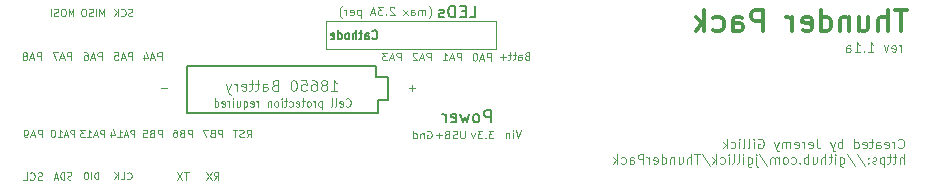
<source format=gbo>
G04 #@! TF.GenerationSoftware,KiCad,Pcbnew,(5.1.5-0-10_14)*
G04 #@! TF.CreationDate,2020-02-01T15:48:52-08:00*
G04 #@! TF.ProjectId,18650,31383635-302e-46b6-9963-61645f706362,rev?*
G04 #@! TF.SameCoordinates,Original*
G04 #@! TF.FileFunction,Legend,Bot*
G04 #@! TF.FilePolarity,Positive*
%FSLAX46Y46*%
G04 Gerber Fmt 4.6, Leading zero omitted, Abs format (unit mm)*
G04 Created by KiCad (PCBNEW (5.1.5-0-10_14)) date 2020-02-01 15:48:52*
%MOMM*%
%LPD*%
G04 APERTURE LIST*
%ADD10C,0.100000*%
%ADD11C,0.150000*%
%ADD12C,0.200000*%
%ADD13C,0.300000*%
%ADD14C,0.080000*%
%ADD15C,0.010000*%
%ADD16C,2.901600*%
%ADD17O,1.801600X1.801600*%
%ADD18R,1.801600X1.801600*%
%ADD19O,1.801600X1.451600*%
%ADD20O,1.601600X1.201600*%
%ADD21C,2.501600*%
G04 APERTURE END LIST*
D10*
X87707142Y-107639285D02*
X87735714Y-107667857D01*
X87821428Y-107696428D01*
X87878571Y-107696428D01*
X87964285Y-107667857D01*
X88021428Y-107610714D01*
X88050000Y-107553571D01*
X88078571Y-107439285D01*
X88078571Y-107353571D01*
X88050000Y-107239285D01*
X88021428Y-107182142D01*
X87964285Y-107125000D01*
X87878571Y-107096428D01*
X87821428Y-107096428D01*
X87735714Y-107125000D01*
X87707142Y-107153571D01*
X87164285Y-107696428D02*
X87450000Y-107696428D01*
X87450000Y-107096428D01*
X86964285Y-107696428D02*
X86964285Y-107096428D01*
X86621428Y-107696428D02*
X86878571Y-107353571D01*
X86621428Y-107096428D02*
X86964285Y-107439285D01*
X85264285Y-107696428D02*
X85264285Y-107096428D01*
X85121428Y-107096428D01*
X85035714Y-107125000D01*
X84978571Y-107182142D01*
X84950000Y-107239285D01*
X84921428Y-107353571D01*
X84921428Y-107439285D01*
X84950000Y-107553571D01*
X84978571Y-107610714D01*
X85035714Y-107667857D01*
X85121428Y-107696428D01*
X85264285Y-107696428D01*
X84664285Y-107696428D02*
X84664285Y-107096428D01*
X84264285Y-107096428D02*
X84150000Y-107096428D01*
X84092857Y-107125000D01*
X84035714Y-107182142D01*
X84007142Y-107296428D01*
X84007142Y-107496428D01*
X84035714Y-107610714D01*
X84092857Y-107667857D01*
X84150000Y-107696428D01*
X84264285Y-107696428D01*
X84321428Y-107667857D01*
X84378571Y-107610714D01*
X84407142Y-107496428D01*
X84407142Y-107296428D01*
X84378571Y-107182142D01*
X84321428Y-107125000D01*
X84264285Y-107096428D01*
X80498809Y-107713095D02*
X80405952Y-107744047D01*
X80251190Y-107744047D01*
X80189285Y-107713095D01*
X80158333Y-107682142D01*
X80127380Y-107620238D01*
X80127380Y-107558333D01*
X80158333Y-107496428D01*
X80189285Y-107465476D01*
X80251190Y-107434523D01*
X80375000Y-107403571D01*
X80436904Y-107372619D01*
X80467857Y-107341666D01*
X80498809Y-107279761D01*
X80498809Y-107217857D01*
X80467857Y-107155952D01*
X80436904Y-107125000D01*
X80375000Y-107094047D01*
X80220238Y-107094047D01*
X80127380Y-107125000D01*
X79477380Y-107682142D02*
X79508333Y-107713095D01*
X79601190Y-107744047D01*
X79663095Y-107744047D01*
X79755952Y-107713095D01*
X79817857Y-107651190D01*
X79848809Y-107589285D01*
X79879761Y-107465476D01*
X79879761Y-107372619D01*
X79848809Y-107248809D01*
X79817857Y-107186904D01*
X79755952Y-107125000D01*
X79663095Y-107094047D01*
X79601190Y-107094047D01*
X79508333Y-107125000D01*
X79477380Y-107155952D01*
X78889285Y-107744047D02*
X79198809Y-107744047D01*
X79198809Y-107094047D01*
X82978571Y-107688095D02*
X82892857Y-107719047D01*
X82750000Y-107719047D01*
X82692857Y-107688095D01*
X82664285Y-107657142D01*
X82635714Y-107595238D01*
X82635714Y-107533333D01*
X82664285Y-107471428D01*
X82692857Y-107440476D01*
X82750000Y-107409523D01*
X82864285Y-107378571D01*
X82921428Y-107347619D01*
X82950000Y-107316666D01*
X82978571Y-107254761D01*
X82978571Y-107192857D01*
X82950000Y-107130952D01*
X82921428Y-107100000D01*
X82864285Y-107069047D01*
X82721428Y-107069047D01*
X82635714Y-107100000D01*
X82378571Y-107719047D02*
X82378571Y-107069047D01*
X82235714Y-107069047D01*
X82150000Y-107100000D01*
X82092857Y-107161904D01*
X82064285Y-107223809D01*
X82035714Y-107347619D01*
X82035714Y-107440476D01*
X82064285Y-107564285D01*
X82092857Y-107626190D01*
X82150000Y-107688095D01*
X82235714Y-107719047D01*
X82378571Y-107719047D01*
X81807142Y-107533333D02*
X81521428Y-107533333D01*
X81864285Y-107719047D02*
X81664285Y-107069047D01*
X81464285Y-107719047D01*
X83142857Y-93894047D02*
X83142857Y-93244047D01*
X82942857Y-93708333D01*
X82742857Y-93244047D01*
X82742857Y-93894047D01*
X82342857Y-93244047D02*
X82228571Y-93244047D01*
X82171428Y-93275000D01*
X82114285Y-93336904D01*
X82085714Y-93460714D01*
X82085714Y-93677380D01*
X82114285Y-93801190D01*
X82171428Y-93863095D01*
X82228571Y-93894047D01*
X82342857Y-93894047D01*
X82400000Y-93863095D01*
X82457142Y-93801190D01*
X82485714Y-93677380D01*
X82485714Y-93460714D01*
X82457142Y-93336904D01*
X82400000Y-93275000D01*
X82342857Y-93244047D01*
X81857142Y-93863095D02*
X81771428Y-93894047D01*
X81628571Y-93894047D01*
X81571428Y-93863095D01*
X81542857Y-93832142D01*
X81514285Y-93770238D01*
X81514285Y-93708333D01*
X81542857Y-93646428D01*
X81571428Y-93615476D01*
X81628571Y-93584523D01*
X81742857Y-93553571D01*
X81800000Y-93522619D01*
X81828571Y-93491666D01*
X81857142Y-93429761D01*
X81857142Y-93367857D01*
X81828571Y-93305952D01*
X81800000Y-93275000D01*
X81742857Y-93244047D01*
X81600000Y-93244047D01*
X81514285Y-93275000D01*
X81257142Y-93894047D02*
X81257142Y-93244047D01*
X85742857Y-93894047D02*
X85742857Y-93244047D01*
X85542857Y-93708333D01*
X85342857Y-93244047D01*
X85342857Y-93894047D01*
X85057142Y-93894047D02*
X85057142Y-93244047D01*
X84800000Y-93863095D02*
X84714285Y-93894047D01*
X84571428Y-93894047D01*
X84514285Y-93863095D01*
X84485714Y-93832142D01*
X84457142Y-93770238D01*
X84457142Y-93708333D01*
X84485714Y-93646428D01*
X84514285Y-93615476D01*
X84571428Y-93584523D01*
X84685714Y-93553571D01*
X84742857Y-93522619D01*
X84771428Y-93491666D01*
X84800000Y-93429761D01*
X84800000Y-93367857D01*
X84771428Y-93305952D01*
X84742857Y-93275000D01*
X84685714Y-93244047D01*
X84542857Y-93244047D01*
X84457142Y-93275000D01*
X84085714Y-93244047D02*
X83971428Y-93244047D01*
X83914285Y-93275000D01*
X83857142Y-93336904D01*
X83828571Y-93460714D01*
X83828571Y-93677380D01*
X83857142Y-93801190D01*
X83914285Y-93863095D01*
X83971428Y-93894047D01*
X84085714Y-93894047D01*
X84142857Y-93863095D01*
X84200000Y-93801190D01*
X84228571Y-93677380D01*
X84228571Y-93460714D01*
X84200000Y-93336904D01*
X84142857Y-93275000D01*
X84085714Y-93244047D01*
X88146428Y-93863095D02*
X88060714Y-93894047D01*
X87917857Y-93894047D01*
X87860714Y-93863095D01*
X87832142Y-93832142D01*
X87803571Y-93770238D01*
X87803571Y-93708333D01*
X87832142Y-93646428D01*
X87860714Y-93615476D01*
X87917857Y-93584523D01*
X88032142Y-93553571D01*
X88089285Y-93522619D01*
X88117857Y-93491666D01*
X88146428Y-93429761D01*
X88146428Y-93367857D01*
X88117857Y-93305952D01*
X88089285Y-93275000D01*
X88032142Y-93244047D01*
X87889285Y-93244047D01*
X87803571Y-93275000D01*
X87203571Y-93832142D02*
X87232142Y-93863095D01*
X87317857Y-93894047D01*
X87375000Y-93894047D01*
X87460714Y-93863095D01*
X87517857Y-93801190D01*
X87546428Y-93739285D01*
X87575000Y-93615476D01*
X87575000Y-93522619D01*
X87546428Y-93398809D01*
X87517857Y-93336904D01*
X87460714Y-93275000D01*
X87375000Y-93244047D01*
X87317857Y-93244047D01*
X87232142Y-93275000D01*
X87203571Y-93305952D01*
X86946428Y-93894047D02*
X86946428Y-93244047D01*
X86603571Y-93894047D02*
X86860714Y-93522619D01*
X86603571Y-93244047D02*
X86946428Y-93615476D01*
X92895238Y-107069047D02*
X92523809Y-107069047D01*
X92709523Y-107719047D02*
X92709523Y-107069047D01*
X92369047Y-107069047D02*
X91935714Y-107719047D01*
X91935714Y-107069047D02*
X92369047Y-107719047D01*
X95058333Y-107719047D02*
X95275000Y-107409523D01*
X95429761Y-107719047D02*
X95429761Y-107069047D01*
X95182142Y-107069047D01*
X95120238Y-107100000D01*
X95089285Y-107130952D01*
X95058333Y-107192857D01*
X95058333Y-107285714D01*
X95089285Y-107347619D01*
X95120238Y-107378571D01*
X95182142Y-107409523D01*
X95429761Y-107409523D01*
X94841666Y-107069047D02*
X94408333Y-107719047D01*
X94408333Y-107069047D02*
X94841666Y-107719047D01*
D11*
X108450000Y-95742857D02*
X108483333Y-95778571D01*
X108583333Y-95814285D01*
X108650000Y-95814285D01*
X108750000Y-95778571D01*
X108816666Y-95707142D01*
X108850000Y-95635714D01*
X108883333Y-95492857D01*
X108883333Y-95385714D01*
X108850000Y-95242857D01*
X108816666Y-95171428D01*
X108750000Y-95100000D01*
X108650000Y-95064285D01*
X108583333Y-95064285D01*
X108483333Y-95100000D01*
X108450000Y-95135714D01*
X107850000Y-95814285D02*
X107850000Y-95421428D01*
X107883333Y-95350000D01*
X107950000Y-95314285D01*
X108083333Y-95314285D01*
X108150000Y-95350000D01*
X107850000Y-95778571D02*
X107916666Y-95814285D01*
X108083333Y-95814285D01*
X108150000Y-95778571D01*
X108183333Y-95707142D01*
X108183333Y-95635714D01*
X108150000Y-95564285D01*
X108083333Y-95528571D01*
X107916666Y-95528571D01*
X107850000Y-95492857D01*
X107616666Y-95314285D02*
X107350000Y-95314285D01*
X107516666Y-95064285D02*
X107516666Y-95707142D01*
X107483333Y-95778571D01*
X107416666Y-95814285D01*
X107350000Y-95814285D01*
X107116666Y-95814285D02*
X107116666Y-95064285D01*
X106816666Y-95814285D02*
X106816666Y-95421428D01*
X106850000Y-95350000D01*
X106916666Y-95314285D01*
X107016666Y-95314285D01*
X107083333Y-95350000D01*
X107116666Y-95385714D01*
X106383333Y-95814285D02*
X106450000Y-95778571D01*
X106483333Y-95742857D01*
X106516666Y-95671428D01*
X106516666Y-95457142D01*
X106483333Y-95385714D01*
X106450000Y-95350000D01*
X106383333Y-95314285D01*
X106283333Y-95314285D01*
X106216666Y-95350000D01*
X106183333Y-95385714D01*
X106150000Y-95457142D01*
X106150000Y-95671428D01*
X106183333Y-95742857D01*
X106216666Y-95778571D01*
X106283333Y-95814285D01*
X106383333Y-95814285D01*
X105550000Y-95814285D02*
X105550000Y-95064285D01*
X105550000Y-95778571D02*
X105616666Y-95814285D01*
X105750000Y-95814285D01*
X105816666Y-95778571D01*
X105850000Y-95742857D01*
X105883333Y-95671428D01*
X105883333Y-95457142D01*
X105850000Y-95385714D01*
X105816666Y-95350000D01*
X105750000Y-95314285D01*
X105616666Y-95314285D01*
X105550000Y-95350000D01*
X104950000Y-95778571D02*
X105016666Y-95814285D01*
X105150000Y-95814285D01*
X105216666Y-95778571D01*
X105250000Y-95707142D01*
X105250000Y-95421428D01*
X105216666Y-95350000D01*
X105150000Y-95314285D01*
X105016666Y-95314285D01*
X104950000Y-95350000D01*
X104916666Y-95421428D01*
X104916666Y-95492857D01*
X105250000Y-95564285D01*
D10*
X104550000Y-94275000D02*
X118950000Y-94275000D01*
X104550000Y-96625000D02*
X104550000Y-94275000D01*
X118950000Y-96625000D02*
X104550000Y-96625000D01*
X118950000Y-94275000D02*
X118950000Y-96625000D01*
X97805952Y-104119047D02*
X98022619Y-103809523D01*
X98177380Y-104119047D02*
X98177380Y-103469047D01*
X97929761Y-103469047D01*
X97867857Y-103500000D01*
X97836904Y-103530952D01*
X97805952Y-103592857D01*
X97805952Y-103685714D01*
X97836904Y-103747619D01*
X97867857Y-103778571D01*
X97929761Y-103809523D01*
X98177380Y-103809523D01*
X97558333Y-104088095D02*
X97465476Y-104119047D01*
X97310714Y-104119047D01*
X97248809Y-104088095D01*
X97217857Y-104057142D01*
X97186904Y-103995238D01*
X97186904Y-103933333D01*
X97217857Y-103871428D01*
X97248809Y-103840476D01*
X97310714Y-103809523D01*
X97434523Y-103778571D01*
X97496428Y-103747619D01*
X97527380Y-103716666D01*
X97558333Y-103654761D01*
X97558333Y-103592857D01*
X97527380Y-103530952D01*
X97496428Y-103500000D01*
X97434523Y-103469047D01*
X97279761Y-103469047D01*
X97186904Y-103500000D01*
X97001190Y-103469047D02*
X96629761Y-103469047D01*
X96815476Y-104119047D02*
X96815476Y-103469047D01*
X95754761Y-104119047D02*
X95754761Y-103469047D01*
X95507142Y-103469047D01*
X95445238Y-103500000D01*
X95414285Y-103530952D01*
X95383333Y-103592857D01*
X95383333Y-103685714D01*
X95414285Y-103747619D01*
X95445238Y-103778571D01*
X95507142Y-103809523D01*
X95754761Y-103809523D01*
X94888095Y-103778571D02*
X94795238Y-103809523D01*
X94764285Y-103840476D01*
X94733333Y-103902380D01*
X94733333Y-103995238D01*
X94764285Y-104057142D01*
X94795238Y-104088095D01*
X94857142Y-104119047D01*
X95104761Y-104119047D01*
X95104761Y-103469047D01*
X94888095Y-103469047D01*
X94826190Y-103500000D01*
X94795238Y-103530952D01*
X94764285Y-103592857D01*
X94764285Y-103654761D01*
X94795238Y-103716666D01*
X94826190Y-103747619D01*
X94888095Y-103778571D01*
X95104761Y-103778571D01*
X94516666Y-103469047D02*
X94083333Y-103469047D01*
X94361904Y-104119047D01*
X93204761Y-104119047D02*
X93204761Y-103469047D01*
X92957142Y-103469047D01*
X92895238Y-103500000D01*
X92864285Y-103530952D01*
X92833333Y-103592857D01*
X92833333Y-103685714D01*
X92864285Y-103747619D01*
X92895238Y-103778571D01*
X92957142Y-103809523D01*
X93204761Y-103809523D01*
X92338095Y-103778571D02*
X92245238Y-103809523D01*
X92214285Y-103840476D01*
X92183333Y-103902380D01*
X92183333Y-103995238D01*
X92214285Y-104057142D01*
X92245238Y-104088095D01*
X92307142Y-104119047D01*
X92554761Y-104119047D01*
X92554761Y-103469047D01*
X92338095Y-103469047D01*
X92276190Y-103500000D01*
X92245238Y-103530952D01*
X92214285Y-103592857D01*
X92214285Y-103654761D01*
X92245238Y-103716666D01*
X92276190Y-103747619D01*
X92338095Y-103778571D01*
X92554761Y-103778571D01*
X91626190Y-103469047D02*
X91750000Y-103469047D01*
X91811904Y-103500000D01*
X91842857Y-103530952D01*
X91904761Y-103623809D01*
X91935714Y-103747619D01*
X91935714Y-103995238D01*
X91904761Y-104057142D01*
X91873809Y-104088095D01*
X91811904Y-104119047D01*
X91688095Y-104119047D01*
X91626190Y-104088095D01*
X91595238Y-104057142D01*
X91564285Y-103995238D01*
X91564285Y-103840476D01*
X91595238Y-103778571D01*
X91626190Y-103747619D01*
X91688095Y-103716666D01*
X91811904Y-103716666D01*
X91873809Y-103747619D01*
X91904761Y-103778571D01*
X91935714Y-103840476D01*
X153244523Y-96886904D02*
X153244523Y-96353571D01*
X153244523Y-96505952D02*
X153206428Y-96429761D01*
X153168333Y-96391666D01*
X153092142Y-96353571D01*
X153015952Y-96353571D01*
X152444523Y-96848809D02*
X152520714Y-96886904D01*
X152673095Y-96886904D01*
X152749285Y-96848809D01*
X152787380Y-96772619D01*
X152787380Y-96467857D01*
X152749285Y-96391666D01*
X152673095Y-96353571D01*
X152520714Y-96353571D01*
X152444523Y-96391666D01*
X152406428Y-96467857D01*
X152406428Y-96544047D01*
X152787380Y-96620238D01*
X152139761Y-96353571D02*
X151949285Y-96886904D01*
X151758809Y-96353571D01*
X150425476Y-96886904D02*
X150882619Y-96886904D01*
X150654047Y-96886904D02*
X150654047Y-96086904D01*
X150730238Y-96201190D01*
X150806428Y-96277380D01*
X150882619Y-96315476D01*
X150082619Y-96810714D02*
X150044523Y-96848809D01*
X150082619Y-96886904D01*
X150120714Y-96848809D01*
X150082619Y-96810714D01*
X150082619Y-96886904D01*
X149282619Y-96886904D02*
X149739761Y-96886904D01*
X149511190Y-96886904D02*
X149511190Y-96086904D01*
X149587380Y-96201190D01*
X149663571Y-96277380D01*
X149739761Y-96315476D01*
X148596904Y-96886904D02*
X148596904Y-96467857D01*
X148635000Y-96391666D01*
X148711190Y-96353571D01*
X148863571Y-96353571D01*
X148939761Y-96391666D01*
X148596904Y-96848809D02*
X148673095Y-96886904D01*
X148863571Y-96886904D01*
X148939761Y-96848809D01*
X148977857Y-96772619D01*
X148977857Y-96696428D01*
X148939761Y-96620238D01*
X148863571Y-96582142D01*
X148673095Y-96582142D01*
X148596904Y-96544047D01*
X152987380Y-104985714D02*
X153025476Y-105023809D01*
X153139761Y-105061904D01*
X153215952Y-105061904D01*
X153330238Y-105023809D01*
X153406428Y-104947619D01*
X153444523Y-104871428D01*
X153482619Y-104719047D01*
X153482619Y-104604761D01*
X153444523Y-104452380D01*
X153406428Y-104376190D01*
X153330238Y-104300000D01*
X153215952Y-104261904D01*
X153139761Y-104261904D01*
X153025476Y-104300000D01*
X152987380Y-104338095D01*
X152644523Y-105061904D02*
X152644523Y-104528571D01*
X152644523Y-104680952D02*
X152606428Y-104604761D01*
X152568333Y-104566666D01*
X152492142Y-104528571D01*
X152415952Y-104528571D01*
X151844523Y-105023809D02*
X151920714Y-105061904D01*
X152073095Y-105061904D01*
X152149285Y-105023809D01*
X152187380Y-104947619D01*
X152187380Y-104642857D01*
X152149285Y-104566666D01*
X152073095Y-104528571D01*
X151920714Y-104528571D01*
X151844523Y-104566666D01*
X151806428Y-104642857D01*
X151806428Y-104719047D01*
X152187380Y-104795238D01*
X151120714Y-105061904D02*
X151120714Y-104642857D01*
X151158809Y-104566666D01*
X151235000Y-104528571D01*
X151387380Y-104528571D01*
X151463571Y-104566666D01*
X151120714Y-105023809D02*
X151196904Y-105061904D01*
X151387380Y-105061904D01*
X151463571Y-105023809D01*
X151501666Y-104947619D01*
X151501666Y-104871428D01*
X151463571Y-104795238D01*
X151387380Y-104757142D01*
X151196904Y-104757142D01*
X151120714Y-104719047D01*
X150854047Y-104528571D02*
X150549285Y-104528571D01*
X150739761Y-104261904D02*
X150739761Y-104947619D01*
X150701666Y-105023809D01*
X150625476Y-105061904D01*
X150549285Y-105061904D01*
X149977857Y-105023809D02*
X150054047Y-105061904D01*
X150206428Y-105061904D01*
X150282619Y-105023809D01*
X150320714Y-104947619D01*
X150320714Y-104642857D01*
X150282619Y-104566666D01*
X150206428Y-104528571D01*
X150054047Y-104528571D01*
X149977857Y-104566666D01*
X149939761Y-104642857D01*
X149939761Y-104719047D01*
X150320714Y-104795238D01*
X149254047Y-105061904D02*
X149254047Y-104261904D01*
X149254047Y-105023809D02*
X149330238Y-105061904D01*
X149482619Y-105061904D01*
X149558809Y-105023809D01*
X149596904Y-104985714D01*
X149635000Y-104909523D01*
X149635000Y-104680952D01*
X149596904Y-104604761D01*
X149558809Y-104566666D01*
X149482619Y-104528571D01*
X149330238Y-104528571D01*
X149254047Y-104566666D01*
X148263571Y-105061904D02*
X148263571Y-104261904D01*
X148263571Y-104566666D02*
X148187380Y-104528571D01*
X148035000Y-104528571D01*
X147958809Y-104566666D01*
X147920714Y-104604761D01*
X147882619Y-104680952D01*
X147882619Y-104909523D01*
X147920714Y-104985714D01*
X147958809Y-105023809D01*
X148035000Y-105061904D01*
X148187380Y-105061904D01*
X148263571Y-105023809D01*
X147615952Y-104528571D02*
X147425476Y-105061904D01*
X147235000Y-104528571D02*
X147425476Y-105061904D01*
X147501666Y-105252380D01*
X147539761Y-105290476D01*
X147615952Y-105328571D01*
X146092142Y-104261904D02*
X146092142Y-104833333D01*
X146130238Y-104947619D01*
X146206428Y-105023809D01*
X146320714Y-105061904D01*
X146396904Y-105061904D01*
X145406428Y-105023809D02*
X145482619Y-105061904D01*
X145635000Y-105061904D01*
X145711190Y-105023809D01*
X145749285Y-104947619D01*
X145749285Y-104642857D01*
X145711190Y-104566666D01*
X145635000Y-104528571D01*
X145482619Y-104528571D01*
X145406428Y-104566666D01*
X145368333Y-104642857D01*
X145368333Y-104719047D01*
X145749285Y-104795238D01*
X145025476Y-105061904D02*
X145025476Y-104528571D01*
X145025476Y-104680952D02*
X144987380Y-104604761D01*
X144949285Y-104566666D01*
X144873095Y-104528571D01*
X144796904Y-104528571D01*
X144225476Y-105023809D02*
X144301666Y-105061904D01*
X144454047Y-105061904D01*
X144530238Y-105023809D01*
X144568333Y-104947619D01*
X144568333Y-104642857D01*
X144530238Y-104566666D01*
X144454047Y-104528571D01*
X144301666Y-104528571D01*
X144225476Y-104566666D01*
X144187380Y-104642857D01*
X144187380Y-104719047D01*
X144568333Y-104795238D01*
X143844523Y-105061904D02*
X143844523Y-104528571D01*
X143844523Y-104604761D02*
X143806428Y-104566666D01*
X143730238Y-104528571D01*
X143615952Y-104528571D01*
X143539761Y-104566666D01*
X143501666Y-104642857D01*
X143501666Y-105061904D01*
X143501666Y-104642857D02*
X143463571Y-104566666D01*
X143387380Y-104528571D01*
X143273095Y-104528571D01*
X143196904Y-104566666D01*
X143158809Y-104642857D01*
X143158809Y-105061904D01*
X142854047Y-104528571D02*
X142663571Y-105061904D01*
X142473095Y-104528571D02*
X142663571Y-105061904D01*
X142739761Y-105252380D01*
X142777857Y-105290476D01*
X142854047Y-105328571D01*
X141139761Y-104300000D02*
X141215952Y-104261904D01*
X141330238Y-104261904D01*
X141444523Y-104300000D01*
X141520714Y-104376190D01*
X141558809Y-104452380D01*
X141596904Y-104604761D01*
X141596904Y-104719047D01*
X141558809Y-104871428D01*
X141520714Y-104947619D01*
X141444523Y-105023809D01*
X141330238Y-105061904D01*
X141254047Y-105061904D01*
X141139761Y-105023809D01*
X141101666Y-104985714D01*
X141101666Y-104719047D01*
X141254047Y-104719047D01*
X140758809Y-105061904D02*
X140758809Y-104528571D01*
X140758809Y-104261904D02*
X140796904Y-104300000D01*
X140758809Y-104338095D01*
X140720714Y-104300000D01*
X140758809Y-104261904D01*
X140758809Y-104338095D01*
X140263571Y-105061904D02*
X140339761Y-105023809D01*
X140377857Y-104947619D01*
X140377857Y-104261904D01*
X139844523Y-105061904D02*
X139920714Y-105023809D01*
X139958809Y-104947619D01*
X139958809Y-104261904D01*
X139539761Y-105061904D02*
X139539761Y-104528571D01*
X139539761Y-104261904D02*
X139577857Y-104300000D01*
X139539761Y-104338095D01*
X139501666Y-104300000D01*
X139539761Y-104261904D01*
X139539761Y-104338095D01*
X138815952Y-105023809D02*
X138892142Y-105061904D01*
X139044523Y-105061904D01*
X139120714Y-105023809D01*
X139158809Y-104985714D01*
X139196904Y-104909523D01*
X139196904Y-104680952D01*
X139158809Y-104604761D01*
X139120714Y-104566666D01*
X139044523Y-104528571D01*
X138892142Y-104528571D01*
X138815952Y-104566666D01*
X138473095Y-105061904D02*
X138473095Y-104261904D01*
X138396904Y-104757142D02*
X138168333Y-105061904D01*
X138168333Y-104528571D02*
X138473095Y-104833333D01*
X153444523Y-106361904D02*
X153444523Y-105561904D01*
X153101666Y-106361904D02*
X153101666Y-105942857D01*
X153139761Y-105866666D01*
X153215952Y-105828571D01*
X153330238Y-105828571D01*
X153406428Y-105866666D01*
X153444523Y-105904761D01*
X152835000Y-105828571D02*
X152530238Y-105828571D01*
X152720714Y-105561904D02*
X152720714Y-106247619D01*
X152682619Y-106323809D01*
X152606428Y-106361904D01*
X152530238Y-106361904D01*
X152377857Y-105828571D02*
X152073095Y-105828571D01*
X152263571Y-105561904D02*
X152263571Y-106247619D01*
X152225476Y-106323809D01*
X152149285Y-106361904D01*
X152073095Y-106361904D01*
X151806428Y-105828571D02*
X151806428Y-106628571D01*
X151806428Y-105866666D02*
X151730238Y-105828571D01*
X151577857Y-105828571D01*
X151501666Y-105866666D01*
X151463571Y-105904761D01*
X151425476Y-105980952D01*
X151425476Y-106209523D01*
X151463571Y-106285714D01*
X151501666Y-106323809D01*
X151577857Y-106361904D01*
X151730238Y-106361904D01*
X151806428Y-106323809D01*
X151120714Y-106323809D02*
X151044523Y-106361904D01*
X150892142Y-106361904D01*
X150815952Y-106323809D01*
X150777857Y-106247619D01*
X150777857Y-106209523D01*
X150815952Y-106133333D01*
X150892142Y-106095238D01*
X151006428Y-106095238D01*
X151082619Y-106057142D01*
X151120714Y-105980952D01*
X151120714Y-105942857D01*
X151082619Y-105866666D01*
X151006428Y-105828571D01*
X150892142Y-105828571D01*
X150815952Y-105866666D01*
X150435000Y-106285714D02*
X150396904Y-106323809D01*
X150435000Y-106361904D01*
X150473095Y-106323809D01*
X150435000Y-106285714D01*
X150435000Y-106361904D01*
X150435000Y-105866666D02*
X150396904Y-105904761D01*
X150435000Y-105942857D01*
X150473095Y-105904761D01*
X150435000Y-105866666D01*
X150435000Y-105942857D01*
X149482619Y-105523809D02*
X150168333Y-106552380D01*
X148644523Y-105523809D02*
X149330238Y-106552380D01*
X148035000Y-105828571D02*
X148035000Y-106476190D01*
X148073095Y-106552380D01*
X148111190Y-106590476D01*
X148187380Y-106628571D01*
X148301666Y-106628571D01*
X148377857Y-106590476D01*
X148035000Y-106323809D02*
X148111190Y-106361904D01*
X148263571Y-106361904D01*
X148339761Y-106323809D01*
X148377857Y-106285714D01*
X148415952Y-106209523D01*
X148415952Y-105980952D01*
X148377857Y-105904761D01*
X148339761Y-105866666D01*
X148263571Y-105828571D01*
X148111190Y-105828571D01*
X148035000Y-105866666D01*
X147654047Y-106361904D02*
X147654047Y-105828571D01*
X147654047Y-105561904D02*
X147692142Y-105600000D01*
X147654047Y-105638095D01*
X147615952Y-105600000D01*
X147654047Y-105561904D01*
X147654047Y-105638095D01*
X147387380Y-105828571D02*
X147082619Y-105828571D01*
X147273095Y-105561904D02*
X147273095Y-106247619D01*
X147235000Y-106323809D01*
X147158809Y-106361904D01*
X147082619Y-106361904D01*
X146815952Y-106361904D02*
X146815952Y-105561904D01*
X146473095Y-106361904D02*
X146473095Y-105942857D01*
X146511190Y-105866666D01*
X146587380Y-105828571D01*
X146701666Y-105828571D01*
X146777857Y-105866666D01*
X146815952Y-105904761D01*
X145749285Y-105828571D02*
X145749285Y-106361904D01*
X146092142Y-105828571D02*
X146092142Y-106247619D01*
X146054047Y-106323809D01*
X145977857Y-106361904D01*
X145863571Y-106361904D01*
X145787380Y-106323809D01*
X145749285Y-106285714D01*
X145368333Y-106361904D02*
X145368333Y-105561904D01*
X145368333Y-105866666D02*
X145292142Y-105828571D01*
X145139761Y-105828571D01*
X145063571Y-105866666D01*
X145025476Y-105904761D01*
X144987380Y-105980952D01*
X144987380Y-106209523D01*
X145025476Y-106285714D01*
X145063571Y-106323809D01*
X145139761Y-106361904D01*
X145292142Y-106361904D01*
X145368333Y-106323809D01*
X144644523Y-106285714D02*
X144606428Y-106323809D01*
X144644523Y-106361904D01*
X144682619Y-106323809D01*
X144644523Y-106285714D01*
X144644523Y-106361904D01*
X143920714Y-106323809D02*
X143996904Y-106361904D01*
X144149285Y-106361904D01*
X144225476Y-106323809D01*
X144263571Y-106285714D01*
X144301666Y-106209523D01*
X144301666Y-105980952D01*
X144263571Y-105904761D01*
X144225476Y-105866666D01*
X144149285Y-105828571D01*
X143996904Y-105828571D01*
X143920714Y-105866666D01*
X143463571Y-106361904D02*
X143539761Y-106323809D01*
X143577857Y-106285714D01*
X143615952Y-106209523D01*
X143615952Y-105980952D01*
X143577857Y-105904761D01*
X143539761Y-105866666D01*
X143463571Y-105828571D01*
X143349285Y-105828571D01*
X143273095Y-105866666D01*
X143235000Y-105904761D01*
X143196904Y-105980952D01*
X143196904Y-106209523D01*
X143235000Y-106285714D01*
X143273095Y-106323809D01*
X143349285Y-106361904D01*
X143463571Y-106361904D01*
X142854047Y-106361904D02*
X142854047Y-105828571D01*
X142854047Y-105904761D02*
X142815952Y-105866666D01*
X142739761Y-105828571D01*
X142625476Y-105828571D01*
X142549285Y-105866666D01*
X142511190Y-105942857D01*
X142511190Y-106361904D01*
X142511190Y-105942857D02*
X142473095Y-105866666D01*
X142396904Y-105828571D01*
X142282619Y-105828571D01*
X142206428Y-105866666D01*
X142168333Y-105942857D01*
X142168333Y-106361904D01*
X141215952Y-105523809D02*
X141901666Y-106552380D01*
X140949285Y-105828571D02*
X140949285Y-106514285D01*
X140987380Y-106590476D01*
X141063571Y-106628571D01*
X141101666Y-106628571D01*
X140949285Y-105561904D02*
X140987380Y-105600000D01*
X140949285Y-105638095D01*
X140911190Y-105600000D01*
X140949285Y-105561904D01*
X140949285Y-105638095D01*
X140225476Y-105828571D02*
X140225476Y-106476190D01*
X140263571Y-106552380D01*
X140301666Y-106590476D01*
X140377857Y-106628571D01*
X140492142Y-106628571D01*
X140568333Y-106590476D01*
X140225476Y-106323809D02*
X140301666Y-106361904D01*
X140454047Y-106361904D01*
X140530238Y-106323809D01*
X140568333Y-106285714D01*
X140606428Y-106209523D01*
X140606428Y-105980952D01*
X140568333Y-105904761D01*
X140530238Y-105866666D01*
X140454047Y-105828571D01*
X140301666Y-105828571D01*
X140225476Y-105866666D01*
X139844523Y-106361904D02*
X139844523Y-105828571D01*
X139844523Y-105561904D02*
X139882619Y-105600000D01*
X139844523Y-105638095D01*
X139806428Y-105600000D01*
X139844523Y-105561904D01*
X139844523Y-105638095D01*
X139349285Y-106361904D02*
X139425476Y-106323809D01*
X139463571Y-106247619D01*
X139463571Y-105561904D01*
X138930238Y-106361904D02*
X139006428Y-106323809D01*
X139044523Y-106247619D01*
X139044523Y-105561904D01*
X138625476Y-106361904D02*
X138625476Y-105828571D01*
X138625476Y-105561904D02*
X138663571Y-105600000D01*
X138625476Y-105638095D01*
X138587380Y-105600000D01*
X138625476Y-105561904D01*
X138625476Y-105638095D01*
X137901666Y-106323809D02*
X137977857Y-106361904D01*
X138130238Y-106361904D01*
X138206428Y-106323809D01*
X138244523Y-106285714D01*
X138282619Y-106209523D01*
X138282619Y-105980952D01*
X138244523Y-105904761D01*
X138206428Y-105866666D01*
X138130238Y-105828571D01*
X137977857Y-105828571D01*
X137901666Y-105866666D01*
X137558809Y-106361904D02*
X137558809Y-105561904D01*
X137482619Y-106057142D02*
X137254047Y-106361904D01*
X137254047Y-105828571D02*
X137558809Y-106133333D01*
X136339761Y-105523809D02*
X137025476Y-106552380D01*
X136187380Y-105561904D02*
X135730238Y-105561904D01*
X135958809Y-106361904D02*
X135958809Y-105561904D01*
X135463571Y-106361904D02*
X135463571Y-105561904D01*
X135120714Y-106361904D02*
X135120714Y-105942857D01*
X135158809Y-105866666D01*
X135235000Y-105828571D01*
X135349285Y-105828571D01*
X135425476Y-105866666D01*
X135463571Y-105904761D01*
X134396904Y-105828571D02*
X134396904Y-106361904D01*
X134739761Y-105828571D02*
X134739761Y-106247619D01*
X134701666Y-106323809D01*
X134625476Y-106361904D01*
X134511190Y-106361904D01*
X134435000Y-106323809D01*
X134396904Y-106285714D01*
X134015952Y-105828571D02*
X134015952Y-106361904D01*
X134015952Y-105904761D02*
X133977857Y-105866666D01*
X133901666Y-105828571D01*
X133787380Y-105828571D01*
X133711190Y-105866666D01*
X133673095Y-105942857D01*
X133673095Y-106361904D01*
X132949285Y-106361904D02*
X132949285Y-105561904D01*
X132949285Y-106323809D02*
X133025476Y-106361904D01*
X133177857Y-106361904D01*
X133254047Y-106323809D01*
X133292142Y-106285714D01*
X133330238Y-106209523D01*
X133330238Y-105980952D01*
X133292142Y-105904761D01*
X133254047Y-105866666D01*
X133177857Y-105828571D01*
X133025476Y-105828571D01*
X132949285Y-105866666D01*
X132263571Y-106323809D02*
X132339761Y-106361904D01*
X132492142Y-106361904D01*
X132568333Y-106323809D01*
X132606428Y-106247619D01*
X132606428Y-105942857D01*
X132568333Y-105866666D01*
X132492142Y-105828571D01*
X132339761Y-105828571D01*
X132263571Y-105866666D01*
X132225476Y-105942857D01*
X132225476Y-106019047D01*
X132606428Y-106095238D01*
X131882619Y-106361904D02*
X131882619Y-105828571D01*
X131882619Y-105980952D02*
X131844523Y-105904761D01*
X131806428Y-105866666D01*
X131730238Y-105828571D01*
X131654047Y-105828571D01*
X131387380Y-106361904D02*
X131387380Y-105561904D01*
X131082619Y-105561904D01*
X131006428Y-105600000D01*
X130968333Y-105638095D01*
X130930238Y-105714285D01*
X130930238Y-105828571D01*
X130968333Y-105904761D01*
X131006428Y-105942857D01*
X131082619Y-105980952D01*
X131387380Y-105980952D01*
X130244523Y-106361904D02*
X130244523Y-105942857D01*
X130282619Y-105866666D01*
X130358809Y-105828571D01*
X130511190Y-105828571D01*
X130587380Y-105866666D01*
X130244523Y-106323809D02*
X130320714Y-106361904D01*
X130511190Y-106361904D01*
X130587380Y-106323809D01*
X130625476Y-106247619D01*
X130625476Y-106171428D01*
X130587380Y-106095238D01*
X130511190Y-106057142D01*
X130320714Y-106057142D01*
X130244523Y-106019047D01*
X129520714Y-106323809D02*
X129596904Y-106361904D01*
X129749285Y-106361904D01*
X129825476Y-106323809D01*
X129863571Y-106285714D01*
X129901666Y-106209523D01*
X129901666Y-105980952D01*
X129863571Y-105904761D01*
X129825476Y-105866666D01*
X129749285Y-105828571D01*
X129596904Y-105828571D01*
X129520714Y-105866666D01*
X129177857Y-106361904D02*
X129177857Y-105561904D01*
X129101666Y-106057142D02*
X128873095Y-106361904D01*
X128873095Y-105828571D02*
X129177857Y-106133333D01*
X113216666Y-94058333D02*
X113250000Y-94025000D01*
X113316666Y-93925000D01*
X113350000Y-93858333D01*
X113383333Y-93758333D01*
X113416666Y-93591666D01*
X113416666Y-93458333D01*
X113383333Y-93291666D01*
X113350000Y-93191666D01*
X113316666Y-93125000D01*
X113250000Y-93025000D01*
X113216666Y-92991666D01*
X112950000Y-93791666D02*
X112950000Y-93325000D01*
X112950000Y-93391666D02*
X112916666Y-93358333D01*
X112850000Y-93325000D01*
X112750000Y-93325000D01*
X112683333Y-93358333D01*
X112650000Y-93425000D01*
X112650000Y-93791666D01*
X112650000Y-93425000D02*
X112616666Y-93358333D01*
X112550000Y-93325000D01*
X112450000Y-93325000D01*
X112383333Y-93358333D01*
X112350000Y-93425000D01*
X112350000Y-93791666D01*
X111716666Y-93791666D02*
X111716666Y-93425000D01*
X111750000Y-93358333D01*
X111816666Y-93325000D01*
X111950000Y-93325000D01*
X112016666Y-93358333D01*
X111716666Y-93758333D02*
X111783333Y-93791666D01*
X111950000Y-93791666D01*
X112016666Y-93758333D01*
X112050000Y-93691666D01*
X112050000Y-93625000D01*
X112016666Y-93558333D01*
X111950000Y-93525000D01*
X111783333Y-93525000D01*
X111716666Y-93491666D01*
X111450000Y-93791666D02*
X111083333Y-93325000D01*
X111450000Y-93325000D02*
X111083333Y-93791666D01*
X110316666Y-93158333D02*
X110283333Y-93125000D01*
X110216666Y-93091666D01*
X110050000Y-93091666D01*
X109983333Y-93125000D01*
X109950000Y-93158333D01*
X109916666Y-93225000D01*
X109916666Y-93291666D01*
X109950000Y-93391666D01*
X110350000Y-93791666D01*
X109916666Y-93791666D01*
X109616666Y-93725000D02*
X109583333Y-93758333D01*
X109616666Y-93791666D01*
X109650000Y-93758333D01*
X109616666Y-93725000D01*
X109616666Y-93791666D01*
X109350000Y-93091666D02*
X108916666Y-93091666D01*
X109150000Y-93358333D01*
X109050000Y-93358333D01*
X108983333Y-93391666D01*
X108950000Y-93425000D01*
X108916666Y-93491666D01*
X108916666Y-93658333D01*
X108950000Y-93725000D01*
X108983333Y-93758333D01*
X109050000Y-93791666D01*
X109250000Y-93791666D01*
X109316666Y-93758333D01*
X109350000Y-93725000D01*
X108650000Y-93591666D02*
X108316666Y-93591666D01*
X108716666Y-93791666D02*
X108483333Y-93091666D01*
X108250000Y-93791666D01*
X107483333Y-93325000D02*
X107483333Y-94025000D01*
X107483333Y-93358333D02*
X107416666Y-93325000D01*
X107283333Y-93325000D01*
X107216666Y-93358333D01*
X107183333Y-93391666D01*
X107150000Y-93458333D01*
X107150000Y-93658333D01*
X107183333Y-93725000D01*
X107216666Y-93758333D01*
X107283333Y-93791666D01*
X107416666Y-93791666D01*
X107483333Y-93758333D01*
X106583333Y-93758333D02*
X106650000Y-93791666D01*
X106783333Y-93791666D01*
X106850000Y-93758333D01*
X106883333Y-93691666D01*
X106883333Y-93425000D01*
X106850000Y-93358333D01*
X106783333Y-93325000D01*
X106650000Y-93325000D01*
X106583333Y-93358333D01*
X106550000Y-93425000D01*
X106550000Y-93491666D01*
X106883333Y-93558333D01*
X106250000Y-93791666D02*
X106250000Y-93325000D01*
X106250000Y-93458333D02*
X106216666Y-93391666D01*
X106183333Y-93358333D01*
X106116666Y-93325000D01*
X106050000Y-93325000D01*
X105883333Y-94058333D02*
X105850000Y-94025000D01*
X105783333Y-93925000D01*
X105750000Y-93858333D01*
X105716666Y-93758333D01*
X105683333Y-93591666D01*
X105683333Y-93458333D01*
X105716666Y-93291666D01*
X105750000Y-93191666D01*
X105783333Y-93125000D01*
X105850000Y-93025000D01*
X105883333Y-92991666D01*
X90608333Y-97594047D02*
X90608333Y-96944047D01*
X90360714Y-96944047D01*
X90298809Y-96975000D01*
X90267857Y-97005952D01*
X90236904Y-97067857D01*
X90236904Y-97160714D01*
X90267857Y-97222619D01*
X90298809Y-97253571D01*
X90360714Y-97284523D01*
X90608333Y-97284523D01*
X89989285Y-97408333D02*
X89679761Y-97408333D01*
X90051190Y-97594047D02*
X89834523Y-96944047D01*
X89617857Y-97594047D01*
X89122619Y-97160714D02*
X89122619Y-97594047D01*
X89277380Y-96913095D02*
X89432142Y-97377380D01*
X89029761Y-97377380D01*
X88133333Y-97594047D02*
X88133333Y-96944047D01*
X87885714Y-96944047D01*
X87823809Y-96975000D01*
X87792857Y-97005952D01*
X87761904Y-97067857D01*
X87761904Y-97160714D01*
X87792857Y-97222619D01*
X87823809Y-97253571D01*
X87885714Y-97284523D01*
X88133333Y-97284523D01*
X87514285Y-97408333D02*
X87204761Y-97408333D01*
X87576190Y-97594047D02*
X87359523Y-96944047D01*
X87142857Y-97594047D01*
X86616666Y-96944047D02*
X86926190Y-96944047D01*
X86957142Y-97253571D01*
X86926190Y-97222619D01*
X86864285Y-97191666D01*
X86709523Y-97191666D01*
X86647619Y-97222619D01*
X86616666Y-97253571D01*
X86585714Y-97315476D01*
X86585714Y-97470238D01*
X86616666Y-97532142D01*
X86647619Y-97563095D01*
X86709523Y-97594047D01*
X86864285Y-97594047D01*
X86926190Y-97563095D01*
X86957142Y-97532142D01*
X85558333Y-97594047D02*
X85558333Y-96944047D01*
X85310714Y-96944047D01*
X85248809Y-96975000D01*
X85217857Y-97005952D01*
X85186904Y-97067857D01*
X85186904Y-97160714D01*
X85217857Y-97222619D01*
X85248809Y-97253571D01*
X85310714Y-97284523D01*
X85558333Y-97284523D01*
X84939285Y-97408333D02*
X84629761Y-97408333D01*
X85001190Y-97594047D02*
X84784523Y-96944047D01*
X84567857Y-97594047D01*
X84072619Y-96944047D02*
X84196428Y-96944047D01*
X84258333Y-96975000D01*
X84289285Y-97005952D01*
X84351190Y-97098809D01*
X84382142Y-97222619D01*
X84382142Y-97470238D01*
X84351190Y-97532142D01*
X84320238Y-97563095D01*
X84258333Y-97594047D01*
X84134523Y-97594047D01*
X84072619Y-97563095D01*
X84041666Y-97532142D01*
X84010714Y-97470238D01*
X84010714Y-97315476D01*
X84041666Y-97253571D01*
X84072619Y-97222619D01*
X84134523Y-97191666D01*
X84258333Y-97191666D01*
X84320238Y-97222619D01*
X84351190Y-97253571D01*
X84382142Y-97315476D01*
X82958333Y-97594047D02*
X82958333Y-96944047D01*
X82710714Y-96944047D01*
X82648809Y-96975000D01*
X82617857Y-97005952D01*
X82586904Y-97067857D01*
X82586904Y-97160714D01*
X82617857Y-97222619D01*
X82648809Y-97253571D01*
X82710714Y-97284523D01*
X82958333Y-97284523D01*
X82339285Y-97408333D02*
X82029761Y-97408333D01*
X82401190Y-97594047D02*
X82184523Y-96944047D01*
X81967857Y-97594047D01*
X81813095Y-96944047D02*
X81379761Y-96944047D01*
X81658333Y-97594047D01*
X80408333Y-97594047D02*
X80408333Y-96944047D01*
X80160714Y-96944047D01*
X80098809Y-96975000D01*
X80067857Y-97005952D01*
X80036904Y-97067857D01*
X80036904Y-97160714D01*
X80067857Y-97222619D01*
X80098809Y-97253571D01*
X80160714Y-97284523D01*
X80408333Y-97284523D01*
X79789285Y-97408333D02*
X79479761Y-97408333D01*
X79851190Y-97594047D02*
X79634523Y-96944047D01*
X79417857Y-97594047D01*
X79108333Y-97222619D02*
X79170238Y-97191666D01*
X79201190Y-97160714D01*
X79232142Y-97098809D01*
X79232142Y-97067857D01*
X79201190Y-97005952D01*
X79170238Y-96975000D01*
X79108333Y-96944047D01*
X78984523Y-96944047D01*
X78922619Y-96975000D01*
X78891666Y-97005952D01*
X78860714Y-97067857D01*
X78860714Y-97098809D01*
X78891666Y-97160714D01*
X78922619Y-97191666D01*
X78984523Y-97222619D01*
X79108333Y-97222619D01*
X79170238Y-97253571D01*
X79201190Y-97284523D01*
X79232142Y-97346428D01*
X79232142Y-97470238D01*
X79201190Y-97532142D01*
X79170238Y-97563095D01*
X79108333Y-97594047D01*
X78984523Y-97594047D01*
X78922619Y-97563095D01*
X78891666Y-97532142D01*
X78860714Y-97470238D01*
X78860714Y-97346428D01*
X78891666Y-97284523D01*
X78922619Y-97253571D01*
X78984523Y-97222619D01*
X90654761Y-104144047D02*
X90654761Y-103494047D01*
X90407142Y-103494047D01*
X90345238Y-103525000D01*
X90314285Y-103555952D01*
X90283333Y-103617857D01*
X90283333Y-103710714D01*
X90314285Y-103772619D01*
X90345238Y-103803571D01*
X90407142Y-103834523D01*
X90654761Y-103834523D01*
X89788095Y-103803571D02*
X89695238Y-103834523D01*
X89664285Y-103865476D01*
X89633333Y-103927380D01*
X89633333Y-104020238D01*
X89664285Y-104082142D01*
X89695238Y-104113095D01*
X89757142Y-104144047D01*
X90004761Y-104144047D01*
X90004761Y-103494047D01*
X89788095Y-103494047D01*
X89726190Y-103525000D01*
X89695238Y-103555952D01*
X89664285Y-103617857D01*
X89664285Y-103679761D01*
X89695238Y-103741666D01*
X89726190Y-103772619D01*
X89788095Y-103803571D01*
X90004761Y-103803571D01*
X89045238Y-103494047D02*
X89354761Y-103494047D01*
X89385714Y-103803571D01*
X89354761Y-103772619D01*
X89292857Y-103741666D01*
X89138095Y-103741666D01*
X89076190Y-103772619D01*
X89045238Y-103803571D01*
X89014285Y-103865476D01*
X89014285Y-104020238D01*
X89045238Y-104082142D01*
X89076190Y-104113095D01*
X89138095Y-104144047D01*
X89292857Y-104144047D01*
X89354761Y-104113095D01*
X89385714Y-104082142D01*
X88310714Y-104144047D02*
X88310714Y-103494047D01*
X88082142Y-103494047D01*
X88025000Y-103525000D01*
X87996428Y-103555952D01*
X87967857Y-103617857D01*
X87967857Y-103710714D01*
X87996428Y-103772619D01*
X88025000Y-103803571D01*
X88082142Y-103834523D01*
X88310714Y-103834523D01*
X87739285Y-103958333D02*
X87453571Y-103958333D01*
X87796428Y-104144047D02*
X87596428Y-103494047D01*
X87396428Y-104144047D01*
X86882142Y-104144047D02*
X87225000Y-104144047D01*
X87053571Y-104144047D02*
X87053571Y-103494047D01*
X87110714Y-103586904D01*
X87167857Y-103648809D01*
X87225000Y-103679761D01*
X86367857Y-103710714D02*
X86367857Y-104144047D01*
X86510714Y-103463095D02*
X86653571Y-103927380D01*
X86282142Y-103927380D01*
X85735714Y-104144047D02*
X85735714Y-103494047D01*
X85507142Y-103494047D01*
X85450000Y-103525000D01*
X85421428Y-103555952D01*
X85392857Y-103617857D01*
X85392857Y-103710714D01*
X85421428Y-103772619D01*
X85450000Y-103803571D01*
X85507142Y-103834523D01*
X85735714Y-103834523D01*
X85164285Y-103958333D02*
X84878571Y-103958333D01*
X85221428Y-104144047D02*
X85021428Y-103494047D01*
X84821428Y-104144047D01*
X84307142Y-104144047D02*
X84650000Y-104144047D01*
X84478571Y-104144047D02*
X84478571Y-103494047D01*
X84535714Y-103586904D01*
X84592857Y-103648809D01*
X84650000Y-103679761D01*
X84107142Y-103494047D02*
X83735714Y-103494047D01*
X83935714Y-103741666D01*
X83850000Y-103741666D01*
X83792857Y-103772619D01*
X83764285Y-103803571D01*
X83735714Y-103865476D01*
X83735714Y-104020238D01*
X83764285Y-104082142D01*
X83792857Y-104113095D01*
X83850000Y-104144047D01*
X84021428Y-104144047D01*
X84078571Y-104113095D01*
X84107142Y-104082142D01*
X83235714Y-104119047D02*
X83235714Y-103469047D01*
X83007142Y-103469047D01*
X82950000Y-103500000D01*
X82921428Y-103530952D01*
X82892857Y-103592857D01*
X82892857Y-103685714D01*
X82921428Y-103747619D01*
X82950000Y-103778571D01*
X83007142Y-103809523D01*
X83235714Y-103809523D01*
X82664285Y-103933333D02*
X82378571Y-103933333D01*
X82721428Y-104119047D02*
X82521428Y-103469047D01*
X82321428Y-104119047D01*
X81807142Y-104119047D02*
X82150000Y-104119047D01*
X81978571Y-104119047D02*
X81978571Y-103469047D01*
X82035714Y-103561904D01*
X82092857Y-103623809D01*
X82150000Y-103654761D01*
X81435714Y-103469047D02*
X81378571Y-103469047D01*
X81321428Y-103500000D01*
X81292857Y-103530952D01*
X81264285Y-103592857D01*
X81235714Y-103716666D01*
X81235714Y-103871428D01*
X81264285Y-103995238D01*
X81292857Y-104057142D01*
X81321428Y-104088095D01*
X81378571Y-104119047D01*
X81435714Y-104119047D01*
X81492857Y-104088095D01*
X81521428Y-104057142D01*
X81550000Y-103995238D01*
X81578571Y-103871428D01*
X81578571Y-103716666D01*
X81550000Y-103592857D01*
X81521428Y-103530952D01*
X81492857Y-103500000D01*
X81435714Y-103469047D01*
X80483333Y-104144047D02*
X80483333Y-103494047D01*
X80235714Y-103494047D01*
X80173809Y-103525000D01*
X80142857Y-103555952D01*
X80111904Y-103617857D01*
X80111904Y-103710714D01*
X80142857Y-103772619D01*
X80173809Y-103803571D01*
X80235714Y-103834523D01*
X80483333Y-103834523D01*
X79864285Y-103958333D02*
X79554761Y-103958333D01*
X79926190Y-104144047D02*
X79709523Y-103494047D01*
X79492857Y-104144047D01*
X79245238Y-104144047D02*
X79121428Y-104144047D01*
X79059523Y-104113095D01*
X79028571Y-104082142D01*
X78966666Y-103989285D01*
X78935714Y-103865476D01*
X78935714Y-103617857D01*
X78966666Y-103555952D01*
X78997619Y-103525000D01*
X79059523Y-103494047D01*
X79183333Y-103494047D01*
X79245238Y-103525000D01*
X79276190Y-103555952D01*
X79307142Y-103617857D01*
X79307142Y-103772619D01*
X79276190Y-103834523D01*
X79245238Y-103865476D01*
X79183333Y-103896428D01*
X79059523Y-103896428D01*
X78997619Y-103865476D01*
X78966666Y-103834523D01*
X78935714Y-103772619D01*
X110858333Y-97619047D02*
X110858333Y-96969047D01*
X110610714Y-96969047D01*
X110548809Y-97000000D01*
X110517857Y-97030952D01*
X110486904Y-97092857D01*
X110486904Y-97185714D01*
X110517857Y-97247619D01*
X110548809Y-97278571D01*
X110610714Y-97309523D01*
X110858333Y-97309523D01*
X110239285Y-97433333D02*
X109929761Y-97433333D01*
X110301190Y-97619047D02*
X110084523Y-96969047D01*
X109867857Y-97619047D01*
X109713095Y-96969047D02*
X109310714Y-96969047D01*
X109527380Y-97216666D01*
X109434523Y-97216666D01*
X109372619Y-97247619D01*
X109341666Y-97278571D01*
X109310714Y-97340476D01*
X109310714Y-97495238D01*
X109341666Y-97557142D01*
X109372619Y-97588095D01*
X109434523Y-97619047D01*
X109620238Y-97619047D01*
X109682142Y-97588095D01*
X109713095Y-97557142D01*
X113408333Y-97619047D02*
X113408333Y-96969047D01*
X113160714Y-96969047D01*
X113098809Y-97000000D01*
X113067857Y-97030952D01*
X113036904Y-97092857D01*
X113036904Y-97185714D01*
X113067857Y-97247619D01*
X113098809Y-97278571D01*
X113160714Y-97309523D01*
X113408333Y-97309523D01*
X112789285Y-97433333D02*
X112479761Y-97433333D01*
X112851190Y-97619047D02*
X112634523Y-96969047D01*
X112417857Y-97619047D01*
X112232142Y-97030952D02*
X112201190Y-97000000D01*
X112139285Y-96969047D01*
X111984523Y-96969047D01*
X111922619Y-97000000D01*
X111891666Y-97030952D01*
X111860714Y-97092857D01*
X111860714Y-97154761D01*
X111891666Y-97247619D01*
X112263095Y-97619047D01*
X111860714Y-97619047D01*
X115958333Y-97619047D02*
X115958333Y-96969047D01*
X115710714Y-96969047D01*
X115648809Y-97000000D01*
X115617857Y-97030952D01*
X115586904Y-97092857D01*
X115586904Y-97185714D01*
X115617857Y-97247619D01*
X115648809Y-97278571D01*
X115710714Y-97309523D01*
X115958333Y-97309523D01*
X115339285Y-97433333D02*
X115029761Y-97433333D01*
X115401190Y-97619047D02*
X115184523Y-96969047D01*
X114967857Y-97619047D01*
X114410714Y-97619047D02*
X114782142Y-97619047D01*
X114596428Y-97619047D02*
X114596428Y-96969047D01*
X114658333Y-97061904D01*
X114720238Y-97123809D01*
X114782142Y-97154761D01*
X118508333Y-97644047D02*
X118508333Y-96994047D01*
X118260714Y-96994047D01*
X118198809Y-97025000D01*
X118167857Y-97055952D01*
X118136904Y-97117857D01*
X118136904Y-97210714D01*
X118167857Y-97272619D01*
X118198809Y-97303571D01*
X118260714Y-97334523D01*
X118508333Y-97334523D01*
X117889285Y-97458333D02*
X117579761Y-97458333D01*
X117951190Y-97644047D02*
X117734523Y-96994047D01*
X117517857Y-97644047D01*
X117177380Y-96994047D02*
X117115476Y-96994047D01*
X117053571Y-97025000D01*
X117022619Y-97055952D01*
X116991666Y-97117857D01*
X116960714Y-97241666D01*
X116960714Y-97396428D01*
X116991666Y-97520238D01*
X117022619Y-97582142D01*
X117053571Y-97613095D01*
X117115476Y-97644047D01*
X117177380Y-97644047D01*
X117239285Y-97613095D01*
X117270238Y-97582142D01*
X117301190Y-97520238D01*
X117332142Y-97396428D01*
X117332142Y-97241666D01*
X117301190Y-97117857D01*
X117270238Y-97055952D01*
X117239285Y-97025000D01*
X117177380Y-96994047D01*
X121521428Y-97228571D02*
X121428571Y-97259523D01*
X121397619Y-97290476D01*
X121366666Y-97352380D01*
X121366666Y-97445238D01*
X121397619Y-97507142D01*
X121428571Y-97538095D01*
X121490476Y-97569047D01*
X121738095Y-97569047D01*
X121738095Y-96919047D01*
X121521428Y-96919047D01*
X121459523Y-96950000D01*
X121428571Y-96980952D01*
X121397619Y-97042857D01*
X121397619Y-97104761D01*
X121428571Y-97166666D01*
X121459523Y-97197619D01*
X121521428Y-97228571D01*
X121738095Y-97228571D01*
X120809523Y-97569047D02*
X120809523Y-97228571D01*
X120840476Y-97166666D01*
X120902380Y-97135714D01*
X121026190Y-97135714D01*
X121088095Y-97166666D01*
X120809523Y-97538095D02*
X120871428Y-97569047D01*
X121026190Y-97569047D01*
X121088095Y-97538095D01*
X121119047Y-97476190D01*
X121119047Y-97414285D01*
X121088095Y-97352380D01*
X121026190Y-97321428D01*
X120871428Y-97321428D01*
X120809523Y-97290476D01*
X120592857Y-97135714D02*
X120345238Y-97135714D01*
X120500000Y-96919047D02*
X120500000Y-97476190D01*
X120469047Y-97538095D01*
X120407142Y-97569047D01*
X120345238Y-97569047D01*
X120221428Y-97135714D02*
X119973809Y-97135714D01*
X120128571Y-96919047D02*
X120128571Y-97476190D01*
X120097619Y-97538095D01*
X120035714Y-97569047D01*
X119973809Y-97569047D01*
X119757142Y-97321428D02*
X119261904Y-97321428D01*
X119509523Y-97569047D02*
X119509523Y-97073809D01*
D12*
X116697619Y-93977380D02*
X117173809Y-93977380D01*
X117173809Y-92977380D01*
X116364285Y-93453571D02*
X116030952Y-93453571D01*
X115888095Y-93977380D02*
X116364285Y-93977380D01*
X116364285Y-92977380D01*
X115888095Y-92977380D01*
X115459523Y-93977380D02*
X115459523Y-92977380D01*
X115221428Y-92977380D01*
X115078571Y-93025000D01*
X114983333Y-93120238D01*
X114935714Y-93215476D01*
X114888095Y-93405952D01*
X114888095Y-93548809D01*
X114935714Y-93739285D01*
X114983333Y-93834523D01*
X115078571Y-93929761D01*
X115221428Y-93977380D01*
X115459523Y-93977380D01*
X114507142Y-93929761D02*
X114411904Y-93977380D01*
X114221428Y-93977380D01*
X114126190Y-93929761D01*
X114078571Y-93834523D01*
X114078571Y-93786904D01*
X114126190Y-93691666D01*
X114221428Y-93644047D01*
X114364285Y-93644047D01*
X114459523Y-93596428D01*
X114507142Y-93501190D01*
X114507142Y-93453571D01*
X114459523Y-93358333D01*
X114364285Y-93310714D01*
X114221428Y-93310714D01*
X114126190Y-93358333D01*
D10*
X121015476Y-103544047D02*
X120798809Y-104194047D01*
X120582142Y-103544047D01*
X120365476Y-104194047D02*
X120365476Y-103760714D01*
X120365476Y-103544047D02*
X120396428Y-103575000D01*
X120365476Y-103605952D01*
X120334523Y-103575000D01*
X120365476Y-103544047D01*
X120365476Y-103605952D01*
X120055952Y-103760714D02*
X120055952Y-104194047D01*
X120055952Y-103822619D02*
X120025000Y-103791666D01*
X119963095Y-103760714D01*
X119870238Y-103760714D01*
X119808333Y-103791666D01*
X119777380Y-103853571D01*
X119777380Y-104194047D01*
X118703571Y-103569047D02*
X118301190Y-103569047D01*
X118517857Y-103816666D01*
X118425000Y-103816666D01*
X118363095Y-103847619D01*
X118332142Y-103878571D01*
X118301190Y-103940476D01*
X118301190Y-104095238D01*
X118332142Y-104157142D01*
X118363095Y-104188095D01*
X118425000Y-104219047D01*
X118610714Y-104219047D01*
X118672619Y-104188095D01*
X118703571Y-104157142D01*
X118022619Y-104157142D02*
X117991666Y-104188095D01*
X118022619Y-104219047D01*
X118053571Y-104188095D01*
X118022619Y-104157142D01*
X118022619Y-104219047D01*
X117775000Y-103569047D02*
X117372619Y-103569047D01*
X117589285Y-103816666D01*
X117496428Y-103816666D01*
X117434523Y-103847619D01*
X117403571Y-103878571D01*
X117372619Y-103940476D01*
X117372619Y-104095238D01*
X117403571Y-104157142D01*
X117434523Y-104188095D01*
X117496428Y-104219047D01*
X117682142Y-104219047D01*
X117744047Y-104188095D01*
X117775000Y-104157142D01*
X117155952Y-103785714D02*
X117001190Y-104219047D01*
X116846428Y-103785714D01*
X116272619Y-103569047D02*
X116272619Y-104095238D01*
X116241666Y-104157142D01*
X116210714Y-104188095D01*
X116148809Y-104219047D01*
X116025000Y-104219047D01*
X115963095Y-104188095D01*
X115932142Y-104157142D01*
X115901190Y-104095238D01*
X115901190Y-103569047D01*
X115622619Y-104188095D02*
X115529761Y-104219047D01*
X115375000Y-104219047D01*
X115313095Y-104188095D01*
X115282142Y-104157142D01*
X115251190Y-104095238D01*
X115251190Y-104033333D01*
X115282142Y-103971428D01*
X115313095Y-103940476D01*
X115375000Y-103909523D01*
X115498809Y-103878571D01*
X115560714Y-103847619D01*
X115591666Y-103816666D01*
X115622619Y-103754761D01*
X115622619Y-103692857D01*
X115591666Y-103630952D01*
X115560714Y-103600000D01*
X115498809Y-103569047D01*
X115344047Y-103569047D01*
X115251190Y-103600000D01*
X114755952Y-103878571D02*
X114663095Y-103909523D01*
X114632142Y-103940476D01*
X114601190Y-104002380D01*
X114601190Y-104095238D01*
X114632142Y-104157142D01*
X114663095Y-104188095D01*
X114725000Y-104219047D01*
X114972619Y-104219047D01*
X114972619Y-103569047D01*
X114755952Y-103569047D01*
X114694047Y-103600000D01*
X114663095Y-103630952D01*
X114632142Y-103692857D01*
X114632142Y-103754761D01*
X114663095Y-103816666D01*
X114694047Y-103847619D01*
X114755952Y-103878571D01*
X114972619Y-103878571D01*
X114322619Y-103971428D02*
X113827380Y-103971428D01*
X114075000Y-104219047D02*
X114075000Y-103723809D01*
X113117857Y-103600000D02*
X113179761Y-103569047D01*
X113272619Y-103569047D01*
X113365476Y-103600000D01*
X113427380Y-103661904D01*
X113458333Y-103723809D01*
X113489285Y-103847619D01*
X113489285Y-103940476D01*
X113458333Y-104064285D01*
X113427380Y-104126190D01*
X113365476Y-104188095D01*
X113272619Y-104219047D01*
X113210714Y-104219047D01*
X113117857Y-104188095D01*
X113086904Y-104157142D01*
X113086904Y-103940476D01*
X113210714Y-103940476D01*
X112808333Y-103785714D02*
X112808333Y-104219047D01*
X112808333Y-103847619D02*
X112777380Y-103816666D01*
X112715476Y-103785714D01*
X112622619Y-103785714D01*
X112560714Y-103816666D01*
X112529761Y-103878571D01*
X112529761Y-104219047D01*
X111941666Y-104219047D02*
X111941666Y-103569047D01*
X111941666Y-104188095D02*
X112003571Y-104219047D01*
X112127380Y-104219047D01*
X112189285Y-104188095D01*
X112220238Y-104157142D01*
X112251190Y-104095238D01*
X112251190Y-103909523D01*
X112220238Y-103847619D01*
X112189285Y-103816666D01*
X112127380Y-103785714D01*
X112003571Y-103785714D01*
X111941666Y-103816666D01*
D12*
X118476190Y-102852380D02*
X118476190Y-101852380D01*
X118095238Y-101852380D01*
X118000000Y-101900000D01*
X117952380Y-101947619D01*
X117904761Y-102042857D01*
X117904761Y-102185714D01*
X117952380Y-102280952D01*
X118000000Y-102328571D01*
X118095238Y-102376190D01*
X118476190Y-102376190D01*
X117333333Y-102852380D02*
X117428571Y-102804761D01*
X117476190Y-102757142D01*
X117523809Y-102661904D01*
X117523809Y-102376190D01*
X117476190Y-102280952D01*
X117428571Y-102233333D01*
X117333333Y-102185714D01*
X117190476Y-102185714D01*
X117095238Y-102233333D01*
X117047619Y-102280952D01*
X117000000Y-102376190D01*
X117000000Y-102661904D01*
X117047619Y-102757142D01*
X117095238Y-102804761D01*
X117190476Y-102852380D01*
X117333333Y-102852380D01*
X116666666Y-102185714D02*
X116476190Y-102852380D01*
X116285714Y-102376190D01*
X116095238Y-102852380D01*
X115904761Y-102185714D01*
X115142857Y-102804761D02*
X115238095Y-102852380D01*
X115428571Y-102852380D01*
X115523809Y-102804761D01*
X115571428Y-102709523D01*
X115571428Y-102328571D01*
X115523809Y-102233333D01*
X115428571Y-102185714D01*
X115238095Y-102185714D01*
X115142857Y-102233333D01*
X115095238Y-102328571D01*
X115095238Y-102423809D01*
X115571428Y-102519047D01*
X114666666Y-102852380D02*
X114666666Y-102185714D01*
X114666666Y-102376190D02*
X114619047Y-102280952D01*
X114571428Y-102233333D01*
X114476190Y-102185714D01*
X114380952Y-102185714D01*
D13*
X153708571Y-93339285D02*
X152680000Y-93339285D01*
X153194285Y-95139285D02*
X153194285Y-93339285D01*
X152080000Y-95139285D02*
X152080000Y-93339285D01*
X151308571Y-95139285D02*
X151308571Y-94196428D01*
X151394285Y-94025000D01*
X151565714Y-93939285D01*
X151822857Y-93939285D01*
X151994285Y-94025000D01*
X152080000Y-94110714D01*
X149680000Y-93939285D02*
X149680000Y-95139285D01*
X150451428Y-93939285D02*
X150451428Y-94882142D01*
X150365714Y-95053571D01*
X150194285Y-95139285D01*
X149937142Y-95139285D01*
X149765714Y-95053571D01*
X149680000Y-94967857D01*
X148822857Y-93939285D02*
X148822857Y-95139285D01*
X148822857Y-94110714D02*
X148737142Y-94025000D01*
X148565714Y-93939285D01*
X148308571Y-93939285D01*
X148137142Y-94025000D01*
X148051428Y-94196428D01*
X148051428Y-95139285D01*
X146422857Y-95139285D02*
X146422857Y-93339285D01*
X146422857Y-95053571D02*
X146594285Y-95139285D01*
X146937142Y-95139285D01*
X147108571Y-95053571D01*
X147194285Y-94967857D01*
X147280000Y-94796428D01*
X147280000Y-94282142D01*
X147194285Y-94110714D01*
X147108571Y-94025000D01*
X146937142Y-93939285D01*
X146594285Y-93939285D01*
X146422857Y-94025000D01*
X144880000Y-95053571D02*
X145051428Y-95139285D01*
X145394285Y-95139285D01*
X145565714Y-95053571D01*
X145651428Y-94882142D01*
X145651428Y-94196428D01*
X145565714Y-94025000D01*
X145394285Y-93939285D01*
X145051428Y-93939285D01*
X144880000Y-94025000D01*
X144794285Y-94196428D01*
X144794285Y-94367857D01*
X145651428Y-94539285D01*
X144022857Y-95139285D02*
X144022857Y-93939285D01*
X144022857Y-94282142D02*
X143937142Y-94110714D01*
X143851428Y-94025000D01*
X143680000Y-93939285D01*
X143508571Y-93939285D01*
X141537142Y-95139285D02*
X141537142Y-93339285D01*
X140851428Y-93339285D01*
X140680000Y-93425000D01*
X140594285Y-93510714D01*
X140508571Y-93682142D01*
X140508571Y-93939285D01*
X140594285Y-94110714D01*
X140680000Y-94196428D01*
X140851428Y-94282142D01*
X141537142Y-94282142D01*
X138965714Y-95139285D02*
X138965714Y-94196428D01*
X139051428Y-94025000D01*
X139222857Y-93939285D01*
X139565714Y-93939285D01*
X139737142Y-94025000D01*
X138965714Y-95053571D02*
X139137142Y-95139285D01*
X139565714Y-95139285D01*
X139737142Y-95053571D01*
X139822857Y-94882142D01*
X139822857Y-94710714D01*
X139737142Y-94539285D01*
X139565714Y-94453571D01*
X139137142Y-94453571D01*
X138965714Y-94367857D01*
X137337142Y-95053571D02*
X137508571Y-95139285D01*
X137851428Y-95139285D01*
X138022857Y-95053571D01*
X138108571Y-94967857D01*
X138194285Y-94796428D01*
X138194285Y-94282142D01*
X138108571Y-94110714D01*
X138022857Y-94025000D01*
X137851428Y-93939285D01*
X137508571Y-93939285D01*
X137337142Y-94025000D01*
X136565714Y-95139285D02*
X136565714Y-93339285D01*
X136394285Y-94453571D02*
X135880000Y-95139285D01*
X135880000Y-93939285D02*
X136565714Y-94625000D01*
D12*
X92800000Y-98050800D02*
X92800000Y-102050800D01*
X108800000Y-98050800D02*
X92800000Y-98050800D01*
X108800000Y-99050800D02*
X108800000Y-98050800D01*
X109800000Y-99050800D02*
X108800000Y-99050800D01*
X109800000Y-100950800D02*
X109800000Y-99050800D01*
X108900000Y-100950800D02*
X109800000Y-100950800D01*
X108900000Y-102050800D02*
X108900000Y-100950800D01*
X92800000Y-102050800D02*
X108900000Y-102050800D01*
D14*
X106220238Y-101475000D02*
X106251190Y-101508333D01*
X106344047Y-101541666D01*
X106405952Y-101541666D01*
X106498809Y-101508333D01*
X106560714Y-101441666D01*
X106591666Y-101375000D01*
X106622619Y-101241666D01*
X106622619Y-101141666D01*
X106591666Y-101008333D01*
X106560714Y-100941666D01*
X106498809Y-100875000D01*
X106405952Y-100841666D01*
X106344047Y-100841666D01*
X106251190Y-100875000D01*
X106220238Y-100908333D01*
X105694047Y-101508333D02*
X105755952Y-101541666D01*
X105879761Y-101541666D01*
X105941666Y-101508333D01*
X105972619Y-101441666D01*
X105972619Y-101175000D01*
X105941666Y-101108333D01*
X105879761Y-101075000D01*
X105755952Y-101075000D01*
X105694047Y-101108333D01*
X105663095Y-101175000D01*
X105663095Y-101241666D01*
X105972619Y-101308333D01*
X105291666Y-101541666D02*
X105353571Y-101508333D01*
X105384523Y-101441666D01*
X105384523Y-100841666D01*
X104951190Y-101541666D02*
X105013095Y-101508333D01*
X105044047Y-101441666D01*
X105044047Y-100841666D01*
X104208333Y-101075000D02*
X104208333Y-101775000D01*
X104208333Y-101108333D02*
X104146428Y-101075000D01*
X104022619Y-101075000D01*
X103960714Y-101108333D01*
X103929761Y-101141666D01*
X103898809Y-101208333D01*
X103898809Y-101408333D01*
X103929761Y-101475000D01*
X103960714Y-101508333D01*
X104022619Y-101541666D01*
X104146428Y-101541666D01*
X104208333Y-101508333D01*
X103620238Y-101541666D02*
X103620238Y-101075000D01*
X103620238Y-101208333D02*
X103589285Y-101141666D01*
X103558333Y-101108333D01*
X103496428Y-101075000D01*
X103434523Y-101075000D01*
X103125000Y-101541666D02*
X103186904Y-101508333D01*
X103217857Y-101475000D01*
X103248809Y-101408333D01*
X103248809Y-101208333D01*
X103217857Y-101141666D01*
X103186904Y-101108333D01*
X103125000Y-101075000D01*
X103032142Y-101075000D01*
X102970238Y-101108333D01*
X102939285Y-101141666D01*
X102908333Y-101208333D01*
X102908333Y-101408333D01*
X102939285Y-101475000D01*
X102970238Y-101508333D01*
X103032142Y-101541666D01*
X103125000Y-101541666D01*
X102722619Y-101075000D02*
X102475000Y-101075000D01*
X102629761Y-100841666D02*
X102629761Y-101441666D01*
X102598809Y-101508333D01*
X102536904Y-101541666D01*
X102475000Y-101541666D01*
X102010714Y-101508333D02*
X102072619Y-101541666D01*
X102196428Y-101541666D01*
X102258333Y-101508333D01*
X102289285Y-101441666D01*
X102289285Y-101175000D01*
X102258333Y-101108333D01*
X102196428Y-101075000D01*
X102072619Y-101075000D01*
X102010714Y-101108333D01*
X101979761Y-101175000D01*
X101979761Y-101241666D01*
X102289285Y-101308333D01*
X101422619Y-101508333D02*
X101484523Y-101541666D01*
X101608333Y-101541666D01*
X101670238Y-101508333D01*
X101701190Y-101475000D01*
X101732142Y-101408333D01*
X101732142Y-101208333D01*
X101701190Y-101141666D01*
X101670238Y-101108333D01*
X101608333Y-101075000D01*
X101484523Y-101075000D01*
X101422619Y-101108333D01*
X101236904Y-101075000D02*
X100989285Y-101075000D01*
X101144047Y-100841666D02*
X101144047Y-101441666D01*
X101113095Y-101508333D01*
X101051190Y-101541666D01*
X100989285Y-101541666D01*
X100772619Y-101541666D02*
X100772619Y-101075000D01*
X100772619Y-100841666D02*
X100803571Y-100875000D01*
X100772619Y-100908333D01*
X100741666Y-100875000D01*
X100772619Y-100841666D01*
X100772619Y-100908333D01*
X100370238Y-101541666D02*
X100432142Y-101508333D01*
X100463095Y-101475000D01*
X100494047Y-101408333D01*
X100494047Y-101208333D01*
X100463095Y-101141666D01*
X100432142Y-101108333D01*
X100370238Y-101075000D01*
X100277380Y-101075000D01*
X100215476Y-101108333D01*
X100184523Y-101141666D01*
X100153571Y-101208333D01*
X100153571Y-101408333D01*
X100184523Y-101475000D01*
X100215476Y-101508333D01*
X100277380Y-101541666D01*
X100370238Y-101541666D01*
X99875000Y-101075000D02*
X99875000Y-101541666D01*
X99875000Y-101141666D02*
X99844047Y-101108333D01*
X99782142Y-101075000D01*
X99689285Y-101075000D01*
X99627380Y-101108333D01*
X99596428Y-101175000D01*
X99596428Y-101541666D01*
X98791666Y-101541666D02*
X98791666Y-101075000D01*
X98791666Y-101208333D02*
X98760714Y-101141666D01*
X98729761Y-101108333D01*
X98667857Y-101075000D01*
X98605952Y-101075000D01*
X98141666Y-101508333D02*
X98203571Y-101541666D01*
X98327380Y-101541666D01*
X98389285Y-101508333D01*
X98420238Y-101441666D01*
X98420238Y-101175000D01*
X98389285Y-101108333D01*
X98327380Y-101075000D01*
X98203571Y-101075000D01*
X98141666Y-101108333D01*
X98110714Y-101175000D01*
X98110714Y-101241666D01*
X98420238Y-101308333D01*
X97553571Y-101075000D02*
X97553571Y-101775000D01*
X97553571Y-101508333D02*
X97615476Y-101541666D01*
X97739285Y-101541666D01*
X97801190Y-101508333D01*
X97832142Y-101475000D01*
X97863095Y-101408333D01*
X97863095Y-101208333D01*
X97832142Y-101141666D01*
X97801190Y-101108333D01*
X97739285Y-101075000D01*
X97615476Y-101075000D01*
X97553571Y-101108333D01*
X96965476Y-101075000D02*
X96965476Y-101541666D01*
X97244047Y-101075000D02*
X97244047Y-101441666D01*
X97213095Y-101508333D01*
X97151190Y-101541666D01*
X97058333Y-101541666D01*
X96996428Y-101508333D01*
X96965476Y-101475000D01*
X96655952Y-101541666D02*
X96655952Y-101075000D01*
X96655952Y-100841666D02*
X96686904Y-100875000D01*
X96655952Y-100908333D01*
X96625000Y-100875000D01*
X96655952Y-100841666D01*
X96655952Y-100908333D01*
X96346428Y-101541666D02*
X96346428Y-101075000D01*
X96346428Y-101208333D02*
X96315476Y-101141666D01*
X96284523Y-101108333D01*
X96222619Y-101075000D01*
X96160714Y-101075000D01*
X95696428Y-101508333D02*
X95758333Y-101541666D01*
X95882142Y-101541666D01*
X95944047Y-101508333D01*
X95975000Y-101441666D01*
X95975000Y-101175000D01*
X95944047Y-101108333D01*
X95882142Y-101075000D01*
X95758333Y-101075000D01*
X95696428Y-101108333D01*
X95665476Y-101175000D01*
X95665476Y-101241666D01*
X95975000Y-101308333D01*
X95108333Y-101541666D02*
X95108333Y-100841666D01*
X95108333Y-101508333D02*
X95170238Y-101541666D01*
X95294047Y-101541666D01*
X95355952Y-101508333D01*
X95386904Y-101475000D01*
X95417857Y-101408333D01*
X95417857Y-101208333D01*
X95386904Y-101141666D01*
X95355952Y-101108333D01*
X95294047Y-101075000D01*
X95170238Y-101075000D01*
X95108333Y-101108333D01*
D10*
X91066666Y-99948400D02*
X90533333Y-99948400D01*
X112066666Y-99948400D02*
X111533333Y-99948400D01*
X111800000Y-100215066D02*
X111800000Y-99681733D01*
X104978571Y-100207142D02*
X105492857Y-100207142D01*
X105235714Y-100207142D02*
X105235714Y-99307142D01*
X105321428Y-99435714D01*
X105407142Y-99521428D01*
X105492857Y-99564285D01*
X104464285Y-99692857D02*
X104550000Y-99650000D01*
X104592857Y-99607142D01*
X104635714Y-99521428D01*
X104635714Y-99478571D01*
X104592857Y-99392857D01*
X104550000Y-99350000D01*
X104464285Y-99307142D01*
X104292857Y-99307142D01*
X104207142Y-99350000D01*
X104164285Y-99392857D01*
X104121428Y-99478571D01*
X104121428Y-99521428D01*
X104164285Y-99607142D01*
X104207142Y-99650000D01*
X104292857Y-99692857D01*
X104464285Y-99692857D01*
X104550000Y-99735714D01*
X104592857Y-99778571D01*
X104635714Y-99864285D01*
X104635714Y-100035714D01*
X104592857Y-100121428D01*
X104550000Y-100164285D01*
X104464285Y-100207142D01*
X104292857Y-100207142D01*
X104207142Y-100164285D01*
X104164285Y-100121428D01*
X104121428Y-100035714D01*
X104121428Y-99864285D01*
X104164285Y-99778571D01*
X104207142Y-99735714D01*
X104292857Y-99692857D01*
X103350000Y-99307142D02*
X103521428Y-99307142D01*
X103607142Y-99350000D01*
X103650000Y-99392857D01*
X103735714Y-99521428D01*
X103778571Y-99692857D01*
X103778571Y-100035714D01*
X103735714Y-100121428D01*
X103692857Y-100164285D01*
X103607142Y-100207142D01*
X103435714Y-100207142D01*
X103350000Y-100164285D01*
X103307142Y-100121428D01*
X103264285Y-100035714D01*
X103264285Y-99821428D01*
X103307142Y-99735714D01*
X103350000Y-99692857D01*
X103435714Y-99650000D01*
X103607142Y-99650000D01*
X103692857Y-99692857D01*
X103735714Y-99735714D01*
X103778571Y-99821428D01*
X102450000Y-99307142D02*
X102878571Y-99307142D01*
X102921428Y-99735714D01*
X102878571Y-99692857D01*
X102792857Y-99650000D01*
X102578571Y-99650000D01*
X102492857Y-99692857D01*
X102450000Y-99735714D01*
X102407142Y-99821428D01*
X102407142Y-100035714D01*
X102450000Y-100121428D01*
X102492857Y-100164285D01*
X102578571Y-100207142D01*
X102792857Y-100207142D01*
X102878571Y-100164285D01*
X102921428Y-100121428D01*
X101850000Y-99307142D02*
X101764285Y-99307142D01*
X101678571Y-99350000D01*
X101635714Y-99392857D01*
X101592857Y-99478571D01*
X101550000Y-99650000D01*
X101550000Y-99864285D01*
X101592857Y-100035714D01*
X101635714Y-100121428D01*
X101678571Y-100164285D01*
X101764285Y-100207142D01*
X101850000Y-100207142D01*
X101935714Y-100164285D01*
X101978571Y-100121428D01*
X102021428Y-100035714D01*
X102064285Y-99864285D01*
X102064285Y-99650000D01*
X102021428Y-99478571D01*
X101978571Y-99392857D01*
X101935714Y-99350000D01*
X101850000Y-99307142D01*
X100178571Y-99735714D02*
X100050000Y-99778571D01*
X100007142Y-99821428D01*
X99964285Y-99907142D01*
X99964285Y-100035714D01*
X100007142Y-100121428D01*
X100050000Y-100164285D01*
X100135714Y-100207142D01*
X100478571Y-100207142D01*
X100478571Y-99307142D01*
X100178571Y-99307142D01*
X100092857Y-99350000D01*
X100050000Y-99392857D01*
X100007142Y-99478571D01*
X100007142Y-99564285D01*
X100050000Y-99650000D01*
X100092857Y-99692857D01*
X100178571Y-99735714D01*
X100478571Y-99735714D01*
X99192857Y-100207142D02*
X99192857Y-99735714D01*
X99235714Y-99650000D01*
X99321428Y-99607142D01*
X99492857Y-99607142D01*
X99578571Y-99650000D01*
X99192857Y-100164285D02*
X99278571Y-100207142D01*
X99492857Y-100207142D01*
X99578571Y-100164285D01*
X99621428Y-100078571D01*
X99621428Y-99992857D01*
X99578571Y-99907142D01*
X99492857Y-99864285D01*
X99278571Y-99864285D01*
X99192857Y-99821428D01*
X98892857Y-99607142D02*
X98550000Y-99607142D01*
X98764285Y-99307142D02*
X98764285Y-100078571D01*
X98721428Y-100164285D01*
X98635714Y-100207142D01*
X98550000Y-100207142D01*
X98378571Y-99607142D02*
X98035714Y-99607142D01*
X98250000Y-99307142D02*
X98250000Y-100078571D01*
X98207142Y-100164285D01*
X98121428Y-100207142D01*
X98035714Y-100207142D01*
X97392857Y-100164285D02*
X97478571Y-100207142D01*
X97650000Y-100207142D01*
X97735714Y-100164285D01*
X97778571Y-100078571D01*
X97778571Y-99735714D01*
X97735714Y-99650000D01*
X97650000Y-99607142D01*
X97478571Y-99607142D01*
X97392857Y-99650000D01*
X97350000Y-99735714D01*
X97350000Y-99821428D01*
X97778571Y-99907142D01*
X96964285Y-100207142D02*
X96964285Y-99607142D01*
X96964285Y-99778571D02*
X96921428Y-99692857D01*
X96878571Y-99650000D01*
X96792857Y-99607142D01*
X96707142Y-99607142D01*
X96492857Y-99607142D02*
X96278571Y-100207142D01*
X96064285Y-99607142D02*
X96278571Y-100207142D01*
X96364285Y-100421428D01*
X96407142Y-100464285D01*
X96492857Y-100507142D01*
%LPC*%
D15*
G36*
X145994186Y-97443931D02*
G01*
X145910365Y-97888555D01*
X145601080Y-98016053D01*
X145291794Y-98143551D01*
X144920754Y-97891246D01*
X144816843Y-97820996D01*
X144722913Y-97758272D01*
X144643348Y-97705938D01*
X144582530Y-97666857D01*
X144544843Y-97643893D01*
X144534579Y-97638942D01*
X144516090Y-97651676D01*
X144476580Y-97686882D01*
X144420478Y-97740062D01*
X144352213Y-97806718D01*
X144276214Y-97882354D01*
X144196908Y-97962472D01*
X144118725Y-98042574D01*
X144046093Y-98118164D01*
X143983441Y-98184745D01*
X143935197Y-98237818D01*
X143905790Y-98272887D01*
X143898759Y-98284623D01*
X143908877Y-98306260D01*
X143937241Y-98353662D01*
X143980871Y-98422193D01*
X144036782Y-98507215D01*
X144101994Y-98604093D01*
X144139781Y-98659350D01*
X144208657Y-98760248D01*
X144269860Y-98851299D01*
X144320422Y-98927970D01*
X144357372Y-98985728D01*
X144377742Y-99020043D01*
X144380803Y-99027254D01*
X144373864Y-99047748D01*
X144354949Y-99095513D01*
X144326913Y-99163832D01*
X144292609Y-99245989D01*
X144254891Y-99335270D01*
X144216613Y-99424958D01*
X144180630Y-99508338D01*
X144149794Y-99578694D01*
X144126961Y-99629310D01*
X144114983Y-99653471D01*
X144114276Y-99654422D01*
X144095469Y-99659036D01*
X144045382Y-99669328D01*
X143969207Y-99684287D01*
X143872135Y-99702901D01*
X143759357Y-99724159D01*
X143693558Y-99736418D01*
X143573050Y-99759362D01*
X143464203Y-99781195D01*
X143372524Y-99800722D01*
X143303519Y-99816748D01*
X143262696Y-99828079D01*
X143254489Y-99831674D01*
X143246452Y-99856006D01*
X143239967Y-99910959D01*
X143235030Y-99990108D01*
X143231636Y-100087026D01*
X143229782Y-100195287D01*
X143229462Y-100308465D01*
X143230673Y-100420135D01*
X143233410Y-100523868D01*
X143237669Y-100613241D01*
X143243445Y-100681826D01*
X143250733Y-100723197D01*
X143255105Y-100731810D01*
X143281236Y-100742133D01*
X143336607Y-100756892D01*
X143413893Y-100774352D01*
X143505770Y-100792780D01*
X143537842Y-100798741D01*
X143692476Y-100827066D01*
X143814625Y-100849876D01*
X143908327Y-100868080D01*
X143977616Y-100882583D01*
X144026529Y-100894292D01*
X144059103Y-100904115D01*
X144079372Y-100912956D01*
X144091374Y-100921724D01*
X144093053Y-100923457D01*
X144109816Y-100951371D01*
X144135386Y-101005695D01*
X144167212Y-101079777D01*
X144202740Y-101166965D01*
X144239417Y-101260608D01*
X144274689Y-101354052D01*
X144306004Y-101440647D01*
X144330807Y-101513740D01*
X144346546Y-101566678D01*
X144350668Y-101592811D01*
X144350324Y-101593726D01*
X144336359Y-101615086D01*
X144304678Y-101662084D01*
X144258609Y-101729827D01*
X144201482Y-101813423D01*
X144136627Y-101907982D01*
X144118157Y-101934854D01*
X144052301Y-102032275D01*
X143994350Y-102121163D01*
X143947462Y-102196412D01*
X143914793Y-102252920D01*
X143899500Y-102285581D01*
X143898759Y-102289593D01*
X143911608Y-102310684D01*
X143947112Y-102352464D01*
X144000707Y-102410445D01*
X144067829Y-102480135D01*
X144143913Y-102557045D01*
X144224396Y-102636683D01*
X144304713Y-102714561D01*
X144380301Y-102786186D01*
X144446595Y-102847070D01*
X144499031Y-102892721D01*
X144533045Y-102918650D01*
X144542455Y-102922883D01*
X144564357Y-102912912D01*
X144609200Y-102886020D01*
X144669679Y-102846736D01*
X144716211Y-102815117D01*
X144800525Y-102757098D01*
X144900374Y-102688784D01*
X145000527Y-102620579D01*
X145054373Y-102584075D01*
X145236629Y-102460800D01*
X145389619Y-102543520D01*
X145459318Y-102579759D01*
X145518586Y-102607926D01*
X145558689Y-102623991D01*
X145568897Y-102626226D01*
X145581171Y-102609722D01*
X145605387Y-102563082D01*
X145639737Y-102490609D01*
X145682412Y-102396606D01*
X145731606Y-102285374D01*
X145785510Y-102161215D01*
X145842316Y-102028432D01*
X145900218Y-101891327D01*
X145957407Y-101754202D01*
X146012076Y-101621358D01*
X146062416Y-101497098D01*
X146106620Y-101385725D01*
X146142881Y-101291539D01*
X146169391Y-101218844D01*
X146184342Y-101171941D01*
X146186746Y-101155833D01*
X146167689Y-101135286D01*
X146125964Y-101101933D01*
X146070294Y-101062702D01*
X146065622Y-101059599D01*
X145921736Y-100944423D01*
X145805717Y-100810053D01*
X145718570Y-100660784D01*
X145661301Y-100500913D01*
X145634914Y-100334737D01*
X145640415Y-100166552D01*
X145678810Y-100000655D01*
X145751105Y-99841342D01*
X145772374Y-99806487D01*
X145883004Y-99665737D01*
X146013698Y-99552714D01*
X146159936Y-99468003D01*
X146317192Y-99412194D01*
X146480943Y-99385874D01*
X146646667Y-99389630D01*
X146809838Y-99424050D01*
X146965935Y-99489723D01*
X147110433Y-99587235D01*
X147155131Y-99626813D01*
X147268888Y-99750703D01*
X147351782Y-99881124D01*
X147408644Y-100027315D01*
X147440313Y-100172088D01*
X147448131Y-100334860D01*
X147422062Y-100498440D01*
X147364755Y-100657298D01*
X147278856Y-100805906D01*
X147167014Y-100938735D01*
X147031877Y-101050256D01*
X147014117Y-101062011D01*
X146957850Y-101100508D01*
X146915077Y-101133863D01*
X146894628Y-101155160D01*
X146894331Y-101155833D01*
X146898721Y-101178871D01*
X146916124Y-101231157D01*
X146944732Y-101308390D01*
X146982735Y-101406268D01*
X147028326Y-101520491D01*
X147079697Y-101646758D01*
X147135038Y-101780767D01*
X147192542Y-101918218D01*
X147250399Y-102054808D01*
X147306802Y-102186237D01*
X147359942Y-102308205D01*
X147408010Y-102416409D01*
X147449199Y-102506549D01*
X147481699Y-102574323D01*
X147503703Y-102615430D01*
X147512564Y-102626226D01*
X147539640Y-102617819D01*
X147590303Y-102595272D01*
X147655817Y-102562613D01*
X147691841Y-102543520D01*
X147844832Y-102460800D01*
X148027088Y-102584075D01*
X148120125Y-102647228D01*
X148221985Y-102716727D01*
X148317438Y-102782165D01*
X148365250Y-102815117D01*
X148432495Y-102860273D01*
X148489436Y-102896057D01*
X148528646Y-102917938D01*
X148541381Y-102922563D01*
X148559917Y-102910085D01*
X148600941Y-102875252D01*
X148660475Y-102821678D01*
X148734542Y-102752983D01*
X148819165Y-102672781D01*
X148872685Y-102621286D01*
X148966319Y-102529286D01*
X149047241Y-102446999D01*
X149112177Y-102377945D01*
X149157858Y-102325644D01*
X149181011Y-102293616D01*
X149183232Y-102287116D01*
X149172924Y-102262394D01*
X149144439Y-102212405D01*
X149100937Y-102142212D01*
X149045577Y-102056875D01*
X148981520Y-101961456D01*
X148963303Y-101934854D01*
X148896927Y-101838167D01*
X148837378Y-101751117D01*
X148787984Y-101678595D01*
X148752075Y-101625493D01*
X148732981Y-101596703D01*
X148731136Y-101593726D01*
X148733895Y-101570782D01*
X148748538Y-101520336D01*
X148772513Y-101449041D01*
X148803266Y-101363547D01*
X148838244Y-101270507D01*
X148874893Y-101176574D01*
X148910661Y-101088399D01*
X148942994Y-101012634D01*
X148969338Y-100955931D01*
X148987142Y-100924943D01*
X148988407Y-100923457D01*
X148999294Y-100914601D01*
X149017682Y-100905843D01*
X149047606Y-100896277D01*
X149093103Y-100884996D01*
X149158209Y-100871093D01*
X149246961Y-100853663D01*
X149363393Y-100831798D01*
X149511542Y-100804591D01*
X149543618Y-100798741D01*
X149638686Y-100780374D01*
X149721565Y-100762405D01*
X149784930Y-100746569D01*
X149821458Y-100734600D01*
X149826356Y-100731810D01*
X149834427Y-100707072D01*
X149840987Y-100651790D01*
X149846033Y-100572389D01*
X149849559Y-100475296D01*
X149851561Y-100366938D01*
X149852036Y-100253740D01*
X149850977Y-100142128D01*
X149848382Y-100038529D01*
X149844246Y-99949368D01*
X149838563Y-99881072D01*
X149831331Y-99840066D01*
X149826971Y-99831674D01*
X149802698Y-99823208D01*
X149747426Y-99809435D01*
X149666662Y-99791550D01*
X149565912Y-99770748D01*
X149450683Y-99748223D01*
X149387902Y-99736418D01*
X149268787Y-99714151D01*
X149162565Y-99693979D01*
X149074427Y-99676915D01*
X149009566Y-99663969D01*
X148973174Y-99656155D01*
X148967184Y-99654422D01*
X148957061Y-99634890D01*
X148935662Y-99587843D01*
X148905839Y-99520003D01*
X148870445Y-99438091D01*
X148832332Y-99348828D01*
X148794353Y-99258935D01*
X148759360Y-99175135D01*
X148730206Y-99104147D01*
X148709743Y-99052694D01*
X148700823Y-99027497D01*
X148700657Y-99026396D01*
X148710769Y-99006519D01*
X148739117Y-98960777D01*
X148782723Y-98893717D01*
X148838606Y-98809884D01*
X148903787Y-98713826D01*
X148941679Y-98658650D01*
X149010725Y-98557481D01*
X149072050Y-98465630D01*
X149122663Y-98387744D01*
X149159571Y-98328469D01*
X149179782Y-98292451D01*
X149182701Y-98284377D01*
X149170153Y-98265584D01*
X149135463Y-98225457D01*
X149083063Y-98168493D01*
X149017384Y-98099185D01*
X148942856Y-98022031D01*
X148863913Y-97941525D01*
X148784983Y-97862163D01*
X148710500Y-97788440D01*
X148644894Y-97724852D01*
X148592596Y-97675894D01*
X148558039Y-97646061D01*
X148546478Y-97638942D01*
X148527654Y-97648953D01*
X148482631Y-97677078D01*
X148415787Y-97720454D01*
X148331499Y-97776218D01*
X148234144Y-97841506D01*
X148160707Y-97891246D01*
X147789667Y-98143551D01*
X147171095Y-97888555D01*
X147087275Y-97443931D01*
X147003454Y-96999307D01*
X146078006Y-96999307D01*
X145994186Y-97443931D01*
G37*
X145994186Y-97443931D02*
X145910365Y-97888555D01*
X145601080Y-98016053D01*
X145291794Y-98143551D01*
X144920754Y-97891246D01*
X144816843Y-97820996D01*
X144722913Y-97758272D01*
X144643348Y-97705938D01*
X144582530Y-97666857D01*
X144544843Y-97643893D01*
X144534579Y-97638942D01*
X144516090Y-97651676D01*
X144476580Y-97686882D01*
X144420478Y-97740062D01*
X144352213Y-97806718D01*
X144276214Y-97882354D01*
X144196908Y-97962472D01*
X144118725Y-98042574D01*
X144046093Y-98118164D01*
X143983441Y-98184745D01*
X143935197Y-98237818D01*
X143905790Y-98272887D01*
X143898759Y-98284623D01*
X143908877Y-98306260D01*
X143937241Y-98353662D01*
X143980871Y-98422193D01*
X144036782Y-98507215D01*
X144101994Y-98604093D01*
X144139781Y-98659350D01*
X144208657Y-98760248D01*
X144269860Y-98851299D01*
X144320422Y-98927970D01*
X144357372Y-98985728D01*
X144377742Y-99020043D01*
X144380803Y-99027254D01*
X144373864Y-99047748D01*
X144354949Y-99095513D01*
X144326913Y-99163832D01*
X144292609Y-99245989D01*
X144254891Y-99335270D01*
X144216613Y-99424958D01*
X144180630Y-99508338D01*
X144149794Y-99578694D01*
X144126961Y-99629310D01*
X144114983Y-99653471D01*
X144114276Y-99654422D01*
X144095469Y-99659036D01*
X144045382Y-99669328D01*
X143969207Y-99684287D01*
X143872135Y-99702901D01*
X143759357Y-99724159D01*
X143693558Y-99736418D01*
X143573050Y-99759362D01*
X143464203Y-99781195D01*
X143372524Y-99800722D01*
X143303519Y-99816748D01*
X143262696Y-99828079D01*
X143254489Y-99831674D01*
X143246452Y-99856006D01*
X143239967Y-99910959D01*
X143235030Y-99990108D01*
X143231636Y-100087026D01*
X143229782Y-100195287D01*
X143229462Y-100308465D01*
X143230673Y-100420135D01*
X143233410Y-100523868D01*
X143237669Y-100613241D01*
X143243445Y-100681826D01*
X143250733Y-100723197D01*
X143255105Y-100731810D01*
X143281236Y-100742133D01*
X143336607Y-100756892D01*
X143413893Y-100774352D01*
X143505770Y-100792780D01*
X143537842Y-100798741D01*
X143692476Y-100827066D01*
X143814625Y-100849876D01*
X143908327Y-100868080D01*
X143977616Y-100882583D01*
X144026529Y-100894292D01*
X144059103Y-100904115D01*
X144079372Y-100912956D01*
X144091374Y-100921724D01*
X144093053Y-100923457D01*
X144109816Y-100951371D01*
X144135386Y-101005695D01*
X144167212Y-101079777D01*
X144202740Y-101166965D01*
X144239417Y-101260608D01*
X144274689Y-101354052D01*
X144306004Y-101440647D01*
X144330807Y-101513740D01*
X144346546Y-101566678D01*
X144350668Y-101592811D01*
X144350324Y-101593726D01*
X144336359Y-101615086D01*
X144304678Y-101662084D01*
X144258609Y-101729827D01*
X144201482Y-101813423D01*
X144136627Y-101907982D01*
X144118157Y-101934854D01*
X144052301Y-102032275D01*
X143994350Y-102121163D01*
X143947462Y-102196412D01*
X143914793Y-102252920D01*
X143899500Y-102285581D01*
X143898759Y-102289593D01*
X143911608Y-102310684D01*
X143947112Y-102352464D01*
X144000707Y-102410445D01*
X144067829Y-102480135D01*
X144143913Y-102557045D01*
X144224396Y-102636683D01*
X144304713Y-102714561D01*
X144380301Y-102786186D01*
X144446595Y-102847070D01*
X144499031Y-102892721D01*
X144533045Y-102918650D01*
X144542455Y-102922883D01*
X144564357Y-102912912D01*
X144609200Y-102886020D01*
X144669679Y-102846736D01*
X144716211Y-102815117D01*
X144800525Y-102757098D01*
X144900374Y-102688784D01*
X145000527Y-102620579D01*
X145054373Y-102584075D01*
X145236629Y-102460800D01*
X145389619Y-102543520D01*
X145459318Y-102579759D01*
X145518586Y-102607926D01*
X145558689Y-102623991D01*
X145568897Y-102626226D01*
X145581171Y-102609722D01*
X145605387Y-102563082D01*
X145639737Y-102490609D01*
X145682412Y-102396606D01*
X145731606Y-102285374D01*
X145785510Y-102161215D01*
X145842316Y-102028432D01*
X145900218Y-101891327D01*
X145957407Y-101754202D01*
X146012076Y-101621358D01*
X146062416Y-101497098D01*
X146106620Y-101385725D01*
X146142881Y-101291539D01*
X146169391Y-101218844D01*
X146184342Y-101171941D01*
X146186746Y-101155833D01*
X146167689Y-101135286D01*
X146125964Y-101101933D01*
X146070294Y-101062702D01*
X146065622Y-101059599D01*
X145921736Y-100944423D01*
X145805717Y-100810053D01*
X145718570Y-100660784D01*
X145661301Y-100500913D01*
X145634914Y-100334737D01*
X145640415Y-100166552D01*
X145678810Y-100000655D01*
X145751105Y-99841342D01*
X145772374Y-99806487D01*
X145883004Y-99665737D01*
X146013698Y-99552714D01*
X146159936Y-99468003D01*
X146317192Y-99412194D01*
X146480943Y-99385874D01*
X146646667Y-99389630D01*
X146809838Y-99424050D01*
X146965935Y-99489723D01*
X147110433Y-99587235D01*
X147155131Y-99626813D01*
X147268888Y-99750703D01*
X147351782Y-99881124D01*
X147408644Y-100027315D01*
X147440313Y-100172088D01*
X147448131Y-100334860D01*
X147422062Y-100498440D01*
X147364755Y-100657298D01*
X147278856Y-100805906D01*
X147167014Y-100938735D01*
X147031877Y-101050256D01*
X147014117Y-101062011D01*
X146957850Y-101100508D01*
X146915077Y-101133863D01*
X146894628Y-101155160D01*
X146894331Y-101155833D01*
X146898721Y-101178871D01*
X146916124Y-101231157D01*
X146944732Y-101308390D01*
X146982735Y-101406268D01*
X147028326Y-101520491D01*
X147079697Y-101646758D01*
X147135038Y-101780767D01*
X147192542Y-101918218D01*
X147250399Y-102054808D01*
X147306802Y-102186237D01*
X147359942Y-102308205D01*
X147408010Y-102416409D01*
X147449199Y-102506549D01*
X147481699Y-102574323D01*
X147503703Y-102615430D01*
X147512564Y-102626226D01*
X147539640Y-102617819D01*
X147590303Y-102595272D01*
X147655817Y-102562613D01*
X147691841Y-102543520D01*
X147844832Y-102460800D01*
X148027088Y-102584075D01*
X148120125Y-102647228D01*
X148221985Y-102716727D01*
X148317438Y-102782165D01*
X148365250Y-102815117D01*
X148432495Y-102860273D01*
X148489436Y-102896057D01*
X148528646Y-102917938D01*
X148541381Y-102922563D01*
X148559917Y-102910085D01*
X148600941Y-102875252D01*
X148660475Y-102821678D01*
X148734542Y-102752983D01*
X148819165Y-102672781D01*
X148872685Y-102621286D01*
X148966319Y-102529286D01*
X149047241Y-102446999D01*
X149112177Y-102377945D01*
X149157858Y-102325644D01*
X149181011Y-102293616D01*
X149183232Y-102287116D01*
X149172924Y-102262394D01*
X149144439Y-102212405D01*
X149100937Y-102142212D01*
X149045577Y-102056875D01*
X148981520Y-101961456D01*
X148963303Y-101934854D01*
X148896927Y-101838167D01*
X148837378Y-101751117D01*
X148787984Y-101678595D01*
X148752075Y-101625493D01*
X148732981Y-101596703D01*
X148731136Y-101593726D01*
X148733895Y-101570782D01*
X148748538Y-101520336D01*
X148772513Y-101449041D01*
X148803266Y-101363547D01*
X148838244Y-101270507D01*
X148874893Y-101176574D01*
X148910661Y-101088399D01*
X148942994Y-101012634D01*
X148969338Y-100955931D01*
X148987142Y-100924943D01*
X148988407Y-100923457D01*
X148999294Y-100914601D01*
X149017682Y-100905843D01*
X149047606Y-100896277D01*
X149093103Y-100884996D01*
X149158209Y-100871093D01*
X149246961Y-100853663D01*
X149363393Y-100831798D01*
X149511542Y-100804591D01*
X149543618Y-100798741D01*
X149638686Y-100780374D01*
X149721565Y-100762405D01*
X149784930Y-100746569D01*
X149821458Y-100734600D01*
X149826356Y-100731810D01*
X149834427Y-100707072D01*
X149840987Y-100651790D01*
X149846033Y-100572389D01*
X149849559Y-100475296D01*
X149851561Y-100366938D01*
X149852036Y-100253740D01*
X149850977Y-100142128D01*
X149848382Y-100038529D01*
X149844246Y-99949368D01*
X149838563Y-99881072D01*
X149831331Y-99840066D01*
X149826971Y-99831674D01*
X149802698Y-99823208D01*
X149747426Y-99809435D01*
X149666662Y-99791550D01*
X149565912Y-99770748D01*
X149450683Y-99748223D01*
X149387902Y-99736418D01*
X149268787Y-99714151D01*
X149162565Y-99693979D01*
X149074427Y-99676915D01*
X149009566Y-99663969D01*
X148973174Y-99656155D01*
X148967184Y-99654422D01*
X148957061Y-99634890D01*
X148935662Y-99587843D01*
X148905839Y-99520003D01*
X148870445Y-99438091D01*
X148832332Y-99348828D01*
X148794353Y-99258935D01*
X148759360Y-99175135D01*
X148730206Y-99104147D01*
X148709743Y-99052694D01*
X148700823Y-99027497D01*
X148700657Y-99026396D01*
X148710769Y-99006519D01*
X148739117Y-98960777D01*
X148782723Y-98893717D01*
X148838606Y-98809884D01*
X148903787Y-98713826D01*
X148941679Y-98658650D01*
X149010725Y-98557481D01*
X149072050Y-98465630D01*
X149122663Y-98387744D01*
X149159571Y-98328469D01*
X149179782Y-98292451D01*
X149182701Y-98284377D01*
X149170153Y-98265584D01*
X149135463Y-98225457D01*
X149083063Y-98168493D01*
X149017384Y-98099185D01*
X148942856Y-98022031D01*
X148863913Y-97941525D01*
X148784983Y-97862163D01*
X148710500Y-97788440D01*
X148644894Y-97724852D01*
X148592596Y-97675894D01*
X148558039Y-97646061D01*
X148546478Y-97638942D01*
X148527654Y-97648953D01*
X148482631Y-97677078D01*
X148415787Y-97720454D01*
X148331499Y-97776218D01*
X148234144Y-97841506D01*
X148160707Y-97891246D01*
X147789667Y-98143551D01*
X147171095Y-97888555D01*
X147087275Y-97443931D01*
X147003454Y-96999307D01*
X146078006Y-96999307D01*
X145994186Y-97443931D01*
D16*
X75200000Y-97460000D03*
X75200000Y-102540000D03*
X126400000Y-97460000D03*
X126400000Y-102540000D03*
X134020000Y-100000000D03*
X67580000Y-100000000D03*
D17*
X97460000Y-105610000D03*
X94920000Y-105610000D03*
X92380000Y-105610000D03*
X89840000Y-105610000D03*
X87300000Y-105610000D03*
X84760000Y-105610000D03*
X82220000Y-105610000D03*
D18*
X79680000Y-105610000D03*
X112690000Y-105610000D03*
D17*
X115230000Y-105610000D03*
X117770000Y-105610000D03*
X120310000Y-105610000D03*
D19*
X59885000Y-102705000D03*
X59885000Y-97245000D03*
D20*
X62885000Y-102395000D03*
X62885000Y-97555000D03*
D21*
X139150000Y-102675000D03*
X139150000Y-97375000D03*
D18*
X120300000Y-95450000D03*
D17*
X117760000Y-95450000D03*
X115220000Y-95450000D03*
X112680000Y-95450000D03*
X110140000Y-95450000D03*
D18*
X79660000Y-95440000D03*
D17*
X82200000Y-95440000D03*
X84740000Y-95440000D03*
X87280000Y-95440000D03*
X89820000Y-95440000D03*
M02*

</source>
